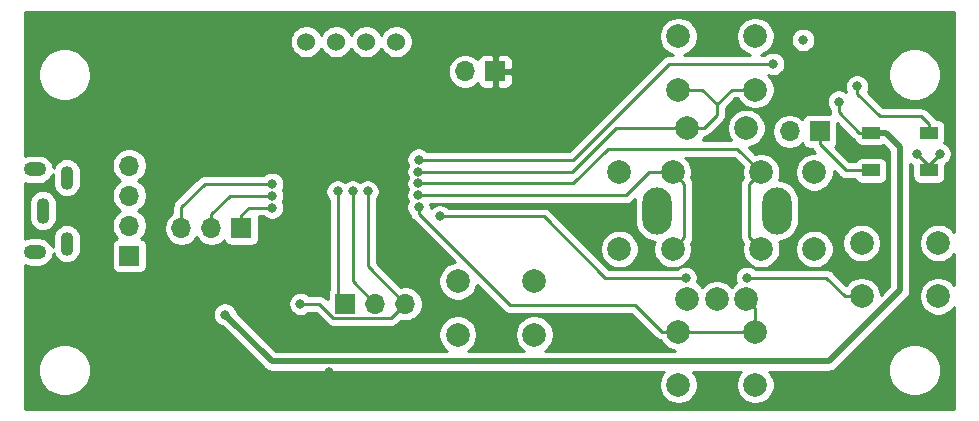
<source format=gbr>
G04 #@! TF.GenerationSoftware,KiCad,Pcbnew,(5.1.5)-3*
G04 #@! TF.CreationDate,2020-06-28T21:27:22-04:00*
G04 #@! TF.ProjectId,V0_Display,56305f44-6973-4706-9c61-792e6b696361,rev?*
G04 #@! TF.SameCoordinates,Original*
G04 #@! TF.FileFunction,Copper,L1,Top*
G04 #@! TF.FilePolarity,Positive*
%FSLAX46Y46*%
G04 Gerber Fmt 4.6, Leading zero omitted, Abs format (unit mm)*
G04 Created by KiCad (PCBNEW (5.1.5)-3) date 2020-06-28 21:27:22*
%MOMM*%
%LPD*%
G04 APERTURE LIST*
%ADD10R,1.500000X1.000000*%
%ADD11O,2.500000X4.000000*%
%ADD12C,2.000000*%
%ADD13C,1.524000*%
%ADD14O,1.700000X1.700000*%
%ADD15R,1.700000X1.700000*%
%ADD16O,1.100000X2.200000*%
%ADD17O,1.100000X2.000000*%
%ADD18O,1.900000X1.200000*%
%ADD19C,0.800000*%
%ADD20C,0.250000*%
%ADD21C,0.500000*%
%ADD22C,0.254000*%
G04 APERTURE END LIST*
D10*
X157470000Y-60550000D03*
X157470000Y-63750000D03*
X162370000Y-60550000D03*
X162370000Y-63750000D03*
D11*
X149500000Y-67150000D03*
X139340000Y-67150000D03*
D12*
X146920000Y-60150000D03*
X141920000Y-60150000D03*
X146920000Y-74650000D03*
X144420000Y-74650000D03*
X141920000Y-74650000D03*
D13*
X117280000Y-52850000D03*
X114740000Y-52850000D03*
X112200000Y-52850000D03*
X109660000Y-52850000D03*
D12*
X163170000Y-69900000D03*
X163170000Y-74400000D03*
X156670000Y-69900000D03*
X156670000Y-74400000D03*
X122475000Y-73145000D03*
X122475000Y-77645000D03*
X128975000Y-73145000D03*
X128975000Y-77645000D03*
X148170000Y-63900000D03*
X152670000Y-63900000D03*
X148170000Y-70400000D03*
X152670000Y-70400000D03*
X140670000Y-70400000D03*
X136170000Y-70400000D03*
X140670000Y-63900000D03*
X136170000Y-63900000D03*
X147670000Y-77400000D03*
X147670000Y-81900000D03*
X141170000Y-77400000D03*
X141170000Y-81900000D03*
X141170000Y-56900000D03*
X141170000Y-52400000D03*
X147670000Y-56900000D03*
X147670000Y-52400000D03*
D14*
X150575000Y-60445000D03*
D15*
X153115000Y-60445000D03*
D14*
X94670000Y-63340000D03*
X94670000Y-65880000D03*
X94670000Y-68420000D03*
D15*
X94670000Y-70960000D03*
D14*
X123110000Y-55365000D03*
D15*
X125650000Y-55365000D03*
D14*
X118030000Y-75050000D03*
X115490000Y-75050000D03*
D15*
X112950000Y-75050000D03*
D16*
X87350500Y-67150000D03*
D17*
X89382500Y-69944000D03*
D18*
X86682500Y-63650000D03*
X86682500Y-70650000D03*
D17*
X89382500Y-64356000D03*
D14*
X99090000Y-68650000D03*
X101630000Y-68650000D03*
D15*
X104170000Y-68650000D03*
D19*
X161370000Y-62350000D03*
X163275000Y-62350000D03*
X151718000Y-52698000D03*
X102775000Y-75955000D03*
X154745000Y-57930000D03*
X118670000Y-61400000D03*
X116760000Y-82035000D03*
X105330000Y-62350000D03*
X111570000Y-80850000D03*
X97235000Y-80130000D03*
X99775000Y-82035000D03*
X97870000Y-82035000D03*
X106760000Y-56000000D03*
X119160000Y-63850000D03*
X119170000Y-66850000D03*
X119160000Y-65850000D03*
X119160000Y-64850000D03*
X113585000Y-65525000D03*
X112315000Y-65525000D03*
X156290000Y-56635000D03*
X120970000Y-67650000D03*
X141770000Y-72850000D03*
X146970000Y-72850000D03*
X119177942Y-62842636D03*
X149178000Y-54730000D03*
X114855000Y-65525000D03*
X109170000Y-75050000D03*
X106760000Y-64890000D03*
X106760000Y-65890003D03*
X106760000Y-66890006D03*
D20*
X162370000Y-63750000D02*
X162370000Y-63350000D01*
X162370000Y-63350000D02*
X161370000Y-62350000D01*
X162370000Y-63750000D02*
X162370000Y-63255000D01*
X162370000Y-63255000D02*
X163275000Y-62350000D01*
D21*
X158720000Y-60550000D02*
X157470000Y-60550000D01*
X106720000Y-79900000D02*
X153920000Y-79900000D01*
X153920000Y-79900000D02*
X159920000Y-73900000D01*
X102775000Y-75955000D02*
X106720000Y-79900000D01*
X159920000Y-73900000D02*
X159920000Y-61750000D01*
X159920000Y-61750000D02*
X158720000Y-60550000D01*
D20*
X154766000Y-58846000D02*
X154766000Y-58286000D01*
X157470000Y-60550000D02*
X156470000Y-60550000D01*
X156470000Y-60550000D02*
X154766000Y-58846000D01*
X119160000Y-63850000D02*
X132170000Y-63850000D01*
X135870000Y-60150000D02*
X141920000Y-60150000D01*
X132170000Y-63850000D02*
X135870000Y-60150000D01*
X143334213Y-60150000D02*
X144420000Y-59064213D01*
X141920000Y-60150000D02*
X143334213Y-60150000D01*
X144420000Y-59064213D02*
X144420000Y-58150000D01*
X144420000Y-58150000D02*
X143170000Y-56900000D01*
X143170000Y-56900000D02*
X141170000Y-56900000D01*
X144420000Y-58150000D02*
X145670000Y-56900000D01*
X145670000Y-56900000D02*
X147670000Y-56900000D01*
X142584213Y-77400000D02*
X147670000Y-77400000D01*
X141170000Y-77400000D02*
X142584213Y-77400000D01*
X147670000Y-75400000D02*
X146920000Y-74650000D01*
X147670000Y-77400000D02*
X147670000Y-75400000D01*
X139755787Y-77400000D02*
X141170000Y-77400000D01*
X137505787Y-75150000D02*
X139755787Y-77400000D01*
X126904315Y-75150000D02*
X137505787Y-75150000D01*
X119170000Y-67415685D02*
X126904315Y-75150000D01*
X119170000Y-66850000D02*
X119170000Y-67415685D01*
X140670000Y-63900000D02*
X141170000Y-64400000D01*
X140670000Y-63900000D02*
X141670000Y-64900000D01*
X141669999Y-69400001D02*
X140670000Y-70400000D01*
X141670000Y-64900000D02*
X141669999Y-69400001D01*
X138670000Y-63900000D02*
X140670000Y-63900000D01*
X119160000Y-65850000D02*
X136720000Y-65850000D01*
X136720000Y-65850000D02*
X138670000Y-63900000D01*
X132220000Y-64850000D02*
X135170000Y-61900000D01*
X119160000Y-64850000D02*
X132220000Y-64850000D01*
X146170000Y-61900000D02*
X148170000Y-63900000D01*
X135170000Y-61900000D02*
X146170000Y-61900000D01*
X148170000Y-63900000D02*
X147170000Y-64900000D01*
X147170001Y-69400001D02*
X148170000Y-70400000D01*
X147170000Y-64900000D02*
X147170001Y-69400001D01*
X113585000Y-73145000D02*
X115490000Y-75050000D01*
X113585000Y-65525000D02*
X113585000Y-73145000D01*
X112315000Y-74415000D02*
X112950000Y-75050000D01*
X112315000Y-65525000D02*
X112315000Y-74415000D01*
X162370000Y-59800000D02*
X162370000Y-60550000D01*
X161745000Y-59175000D02*
X162370000Y-59800000D01*
X158195000Y-59175000D02*
X161745000Y-59175000D01*
X156290000Y-57270000D02*
X158195000Y-59175000D01*
X156290000Y-56635000D02*
X156290000Y-57270000D01*
X155255787Y-74400000D02*
X156670000Y-74400000D01*
X153705787Y-72850000D02*
X155255787Y-74400000D01*
X146970000Y-72850000D02*
X153705787Y-72850000D01*
X134970000Y-72850000D02*
X141770000Y-72850000D01*
X120970000Y-67650000D02*
X129770000Y-67650000D01*
X129770000Y-67650000D02*
X134970000Y-72850000D01*
X149178000Y-54730000D02*
X140340000Y-54730000D01*
X132227364Y-62842636D02*
X119177942Y-62842636D01*
X140340000Y-54730000D02*
X132227364Y-62842636D01*
X114855000Y-71875000D02*
X118030000Y-75050000D01*
X114855000Y-65525000D02*
X114855000Y-71875000D01*
X118030000Y-75050000D02*
X116854999Y-76225001D01*
X111945001Y-76225001D02*
X110770000Y-75050000D01*
X116854999Y-76225001D02*
X111945001Y-76225001D01*
X110770000Y-75050000D02*
X109170000Y-75050000D01*
X157370000Y-63650000D02*
X157470000Y-63750000D01*
X156470000Y-63750000D02*
X157470000Y-63750000D01*
X155320000Y-63750000D02*
X156470000Y-63750000D01*
X153115000Y-61545000D02*
X155320000Y-63750000D01*
X153115000Y-60445000D02*
X153115000Y-61545000D01*
X106760000Y-64890000D02*
X101045000Y-64890000D01*
X99090000Y-66845000D02*
X99090000Y-68650000D01*
X101045000Y-64890000D02*
X99090000Y-66845000D01*
X103187916Y-65890003D02*
X106194315Y-65890003D01*
X101630000Y-67447919D02*
X103187916Y-65890003D01*
X106194315Y-65890003D02*
X106760000Y-65890003D01*
X101630000Y-68650000D02*
X101630000Y-67447919D01*
X106194315Y-66890006D02*
X106760000Y-66890006D01*
X104170000Y-67550000D02*
X104829994Y-66890006D01*
X104829994Y-66890006D02*
X106194315Y-66890006D01*
X104170000Y-68650000D02*
X104170000Y-67550000D01*
D22*
G36*
X164510001Y-68962531D02*
G01*
X164439987Y-68857748D01*
X164212252Y-68630013D01*
X163944463Y-68451082D01*
X163646912Y-68327832D01*
X163331033Y-68265000D01*
X163008967Y-68265000D01*
X162693088Y-68327832D01*
X162395537Y-68451082D01*
X162127748Y-68630013D01*
X161900013Y-68857748D01*
X161721082Y-69125537D01*
X161597832Y-69423088D01*
X161535000Y-69738967D01*
X161535000Y-70061033D01*
X161597832Y-70376912D01*
X161721082Y-70674463D01*
X161900013Y-70942252D01*
X162127748Y-71169987D01*
X162395537Y-71348918D01*
X162693088Y-71472168D01*
X163008967Y-71535000D01*
X163331033Y-71535000D01*
X163646912Y-71472168D01*
X163944463Y-71348918D01*
X164212252Y-71169987D01*
X164439987Y-70942252D01*
X164510001Y-70837469D01*
X164510001Y-73462531D01*
X164439987Y-73357748D01*
X164212252Y-73130013D01*
X163944463Y-72951082D01*
X163646912Y-72827832D01*
X163331033Y-72765000D01*
X163008967Y-72765000D01*
X162693088Y-72827832D01*
X162395537Y-72951082D01*
X162127748Y-73130013D01*
X161900013Y-73357748D01*
X161721082Y-73625537D01*
X161597832Y-73923088D01*
X161535000Y-74238967D01*
X161535000Y-74561033D01*
X161597832Y-74876912D01*
X161721082Y-75174463D01*
X161900013Y-75442252D01*
X162127748Y-75669987D01*
X162395537Y-75848918D01*
X162693088Y-75972168D01*
X163008967Y-76035000D01*
X163331033Y-76035000D01*
X163646912Y-75972168D01*
X163944463Y-75848918D01*
X164212252Y-75669987D01*
X164439987Y-75442252D01*
X164510001Y-75337469D01*
X164510001Y-83990000D01*
X85830000Y-83990000D01*
X85830000Y-80429872D01*
X86935000Y-80429872D01*
X86935000Y-80870128D01*
X87020890Y-81301925D01*
X87189369Y-81708669D01*
X87433962Y-82074729D01*
X87745271Y-82386038D01*
X88111331Y-82630631D01*
X88518075Y-82799110D01*
X88949872Y-82885000D01*
X89390128Y-82885000D01*
X89821925Y-82799110D01*
X90228669Y-82630631D01*
X90594729Y-82386038D01*
X90906038Y-82074729D01*
X91150631Y-81708669D01*
X91319110Y-81301925D01*
X91405000Y-80870128D01*
X91405000Y-80429872D01*
X91319110Y-79998075D01*
X91150631Y-79591331D01*
X90906038Y-79225271D01*
X90594729Y-78913962D01*
X90228669Y-78669369D01*
X89821925Y-78500890D01*
X89390128Y-78415000D01*
X88949872Y-78415000D01*
X88518075Y-78500890D01*
X88111331Y-78669369D01*
X87745271Y-78913962D01*
X87433962Y-79225271D01*
X87189369Y-79591331D01*
X87020890Y-79998075D01*
X86935000Y-80429872D01*
X85830000Y-80429872D01*
X85830000Y-75853061D01*
X101740000Y-75853061D01*
X101740000Y-76056939D01*
X101779774Y-76256898D01*
X101857795Y-76445256D01*
X101971063Y-76614774D01*
X102115226Y-76758937D01*
X102284744Y-76872205D01*
X102473102Y-76950226D01*
X102529957Y-76961535D01*
X106063470Y-80495049D01*
X106091183Y-80528817D01*
X106124951Y-80556530D01*
X106124953Y-80556532D01*
X106225941Y-80639411D01*
X106379686Y-80721589D01*
X106546510Y-80772195D01*
X106676523Y-80785000D01*
X106676531Y-80785000D01*
X106720000Y-80789281D01*
X106763469Y-80785000D01*
X139972761Y-80785000D01*
X139900013Y-80857748D01*
X139721082Y-81125537D01*
X139597832Y-81423088D01*
X139535000Y-81738967D01*
X139535000Y-82061033D01*
X139597832Y-82376912D01*
X139721082Y-82674463D01*
X139900013Y-82942252D01*
X140127748Y-83169987D01*
X140395537Y-83348918D01*
X140693088Y-83472168D01*
X141008967Y-83535000D01*
X141331033Y-83535000D01*
X141646912Y-83472168D01*
X141944463Y-83348918D01*
X142212252Y-83169987D01*
X142439987Y-82942252D01*
X142618918Y-82674463D01*
X142742168Y-82376912D01*
X142805000Y-82061033D01*
X142805000Y-81738967D01*
X142742168Y-81423088D01*
X142618918Y-81125537D01*
X142439987Y-80857748D01*
X142367239Y-80785000D01*
X146472761Y-80785000D01*
X146400013Y-80857748D01*
X146221082Y-81125537D01*
X146097832Y-81423088D01*
X146035000Y-81738967D01*
X146035000Y-82061033D01*
X146097832Y-82376912D01*
X146221082Y-82674463D01*
X146400013Y-82942252D01*
X146627748Y-83169987D01*
X146895537Y-83348918D01*
X147193088Y-83472168D01*
X147508967Y-83535000D01*
X147831033Y-83535000D01*
X148146912Y-83472168D01*
X148444463Y-83348918D01*
X148712252Y-83169987D01*
X148939987Y-82942252D01*
X149118918Y-82674463D01*
X149242168Y-82376912D01*
X149305000Y-82061033D01*
X149305000Y-81738967D01*
X149242168Y-81423088D01*
X149118918Y-81125537D01*
X148939987Y-80857748D01*
X148867239Y-80785000D01*
X153876531Y-80785000D01*
X153920000Y-80789281D01*
X153963469Y-80785000D01*
X153963477Y-80785000D01*
X154093490Y-80772195D01*
X154260313Y-80721589D01*
X154414059Y-80639411D01*
X154548817Y-80528817D01*
X154576534Y-80495044D01*
X154641706Y-80429872D01*
X158935000Y-80429872D01*
X158935000Y-80870128D01*
X159020890Y-81301925D01*
X159189369Y-81708669D01*
X159433962Y-82074729D01*
X159745271Y-82386038D01*
X160111331Y-82630631D01*
X160518075Y-82799110D01*
X160949872Y-82885000D01*
X161390128Y-82885000D01*
X161821925Y-82799110D01*
X162228669Y-82630631D01*
X162594729Y-82386038D01*
X162906038Y-82074729D01*
X163150631Y-81708669D01*
X163319110Y-81301925D01*
X163405000Y-80870128D01*
X163405000Y-80429872D01*
X163319110Y-79998075D01*
X163150631Y-79591331D01*
X162906038Y-79225271D01*
X162594729Y-78913962D01*
X162228669Y-78669369D01*
X161821925Y-78500890D01*
X161390128Y-78415000D01*
X160949872Y-78415000D01*
X160518075Y-78500890D01*
X160111331Y-78669369D01*
X159745271Y-78913962D01*
X159433962Y-79225271D01*
X159189369Y-79591331D01*
X159020890Y-79998075D01*
X158935000Y-80429872D01*
X154641706Y-80429872D01*
X160515051Y-74556528D01*
X160548817Y-74528817D01*
X160581522Y-74488967D01*
X160659410Y-74394060D01*
X160659411Y-74394059D01*
X160741589Y-74240313D01*
X160792195Y-74073490D01*
X160805000Y-73943477D01*
X160805000Y-73943467D01*
X160809281Y-73900001D01*
X160805000Y-73856535D01*
X160805000Y-63217263D01*
X160879744Y-63267205D01*
X160981928Y-63309531D01*
X160981928Y-64250000D01*
X160994188Y-64374482D01*
X161030498Y-64494180D01*
X161089463Y-64604494D01*
X161168815Y-64701185D01*
X161265506Y-64780537D01*
X161375820Y-64839502D01*
X161495518Y-64875812D01*
X161620000Y-64888072D01*
X163120000Y-64888072D01*
X163244482Y-64875812D01*
X163364180Y-64839502D01*
X163474494Y-64780537D01*
X163571185Y-64701185D01*
X163650537Y-64604494D01*
X163709502Y-64494180D01*
X163745812Y-64374482D01*
X163758072Y-64250000D01*
X163758072Y-63270181D01*
X163765256Y-63267205D01*
X163934774Y-63153937D01*
X164078937Y-63009774D01*
X164192205Y-62840256D01*
X164270226Y-62651898D01*
X164310000Y-62451939D01*
X164310000Y-62248061D01*
X164270226Y-62048102D01*
X164192205Y-61859744D01*
X164078937Y-61690226D01*
X163934774Y-61546063D01*
X163765256Y-61432795D01*
X163658947Y-61388760D01*
X163709502Y-61294180D01*
X163745812Y-61174482D01*
X163758072Y-61050000D01*
X163758072Y-60050000D01*
X163745812Y-59925518D01*
X163709502Y-59805820D01*
X163650537Y-59695506D01*
X163571185Y-59598815D01*
X163474494Y-59519463D01*
X163364180Y-59460498D01*
X163244482Y-59424188D01*
X163120000Y-59411928D01*
X163024326Y-59411928D01*
X163004974Y-59375724D01*
X162935874Y-59291525D01*
X162933799Y-59288996D01*
X162933795Y-59288992D01*
X162910001Y-59259999D01*
X162881009Y-59236206D01*
X162308803Y-58664002D01*
X162285001Y-58634999D01*
X162169276Y-58540026D01*
X162037247Y-58469454D01*
X161893986Y-58425997D01*
X161782333Y-58415000D01*
X161782322Y-58415000D01*
X161745000Y-58411324D01*
X161707678Y-58415000D01*
X158509802Y-58415000D01*
X157210969Y-57116168D01*
X157285226Y-56936898D01*
X157325000Y-56736939D01*
X157325000Y-56533061D01*
X157285226Y-56333102D01*
X157207205Y-56144744D01*
X157093937Y-55975226D01*
X156949774Y-55831063D01*
X156780256Y-55717795D01*
X156591898Y-55639774D01*
X156391939Y-55600000D01*
X156188061Y-55600000D01*
X155988102Y-55639774D01*
X155799744Y-55717795D01*
X155630226Y-55831063D01*
X155486063Y-55975226D01*
X155372795Y-56144744D01*
X155294774Y-56333102D01*
X155255000Y-56533061D01*
X155255000Y-56736939D01*
X155294774Y-56936898D01*
X155361019Y-57096827D01*
X155235256Y-57012795D01*
X155046898Y-56934774D01*
X154846939Y-56895000D01*
X154643061Y-56895000D01*
X154443102Y-56934774D01*
X154254744Y-57012795D01*
X154085226Y-57126063D01*
X153941063Y-57270226D01*
X153827795Y-57439744D01*
X153749774Y-57628102D01*
X153710000Y-57828061D01*
X153710000Y-58031939D01*
X153749774Y-58231898D01*
X153827795Y-58420256D01*
X153941063Y-58589774D01*
X154006000Y-58654711D01*
X154006000Y-58808678D01*
X154002324Y-58846000D01*
X154006000Y-58883322D01*
X154006000Y-58883332D01*
X154013721Y-58961726D01*
X153965000Y-58956928D01*
X152265000Y-58956928D01*
X152140518Y-58969188D01*
X152020820Y-59005498D01*
X151910506Y-59064463D01*
X151813815Y-59143815D01*
X151734463Y-59240506D01*
X151675498Y-59350820D01*
X151653487Y-59423380D01*
X151521632Y-59291525D01*
X151278411Y-59129010D01*
X151008158Y-59017068D01*
X150721260Y-58960000D01*
X150428740Y-58960000D01*
X150141842Y-59017068D01*
X149871589Y-59129010D01*
X149628368Y-59291525D01*
X149421525Y-59498368D01*
X149259010Y-59741589D01*
X149147068Y-60011842D01*
X149090000Y-60298740D01*
X149090000Y-60591260D01*
X149147068Y-60878158D01*
X149259010Y-61148411D01*
X149421525Y-61391632D01*
X149628368Y-61598475D01*
X149871589Y-61760990D01*
X150141842Y-61872932D01*
X150428740Y-61930000D01*
X150721260Y-61930000D01*
X151008158Y-61872932D01*
X151278411Y-61760990D01*
X151521632Y-61598475D01*
X151653487Y-61466620D01*
X151675498Y-61539180D01*
X151734463Y-61649494D01*
X151813815Y-61746185D01*
X151910506Y-61825537D01*
X152020820Y-61884502D01*
X152140518Y-61920812D01*
X152265000Y-61933072D01*
X152460674Y-61933072D01*
X152480026Y-61969276D01*
X152524946Y-62024010D01*
X152575000Y-62085001D01*
X152603998Y-62108799D01*
X152760199Y-62265000D01*
X152508967Y-62265000D01*
X152193088Y-62327832D01*
X151895537Y-62451082D01*
X151627748Y-62630013D01*
X151400013Y-62857748D01*
X151221082Y-63125537D01*
X151097832Y-63423088D01*
X151035000Y-63738967D01*
X151035000Y-64061033D01*
X151097832Y-64376912D01*
X151221082Y-64674463D01*
X151400013Y-64942252D01*
X151627748Y-65169987D01*
X151895537Y-65348918D01*
X152193088Y-65472168D01*
X152508967Y-65535000D01*
X152831033Y-65535000D01*
X153146912Y-65472168D01*
X153444463Y-65348918D01*
X153712252Y-65169987D01*
X153939987Y-64942252D01*
X154118918Y-64674463D01*
X154242168Y-64376912D01*
X154305000Y-64061033D01*
X154305000Y-63809802D01*
X154756201Y-64261003D01*
X154779999Y-64290001D01*
X154808997Y-64313799D01*
X154895723Y-64384974D01*
X154998671Y-64440001D01*
X155027753Y-64455546D01*
X155171014Y-64499003D01*
X155282667Y-64510000D01*
X155282677Y-64510000D01*
X155320000Y-64513676D01*
X155357323Y-64510000D01*
X156138954Y-64510000D01*
X156189463Y-64604494D01*
X156268815Y-64701185D01*
X156365506Y-64780537D01*
X156475820Y-64839502D01*
X156595518Y-64875812D01*
X156720000Y-64888072D01*
X158220000Y-64888072D01*
X158344482Y-64875812D01*
X158464180Y-64839502D01*
X158574494Y-64780537D01*
X158671185Y-64701185D01*
X158750537Y-64604494D01*
X158809502Y-64494180D01*
X158845812Y-64374482D01*
X158858072Y-64250000D01*
X158858072Y-63250000D01*
X158845812Y-63125518D01*
X158809502Y-63005820D01*
X158750537Y-62895506D01*
X158671185Y-62798815D01*
X158574494Y-62719463D01*
X158464180Y-62660498D01*
X158344482Y-62624188D01*
X158220000Y-62611928D01*
X156720000Y-62611928D01*
X156595518Y-62624188D01*
X156475820Y-62660498D01*
X156365506Y-62719463D01*
X156268815Y-62798815D01*
X156189463Y-62895506D01*
X156138954Y-62990000D01*
X155634802Y-62990000D01*
X154402345Y-61757543D01*
X154416185Y-61746185D01*
X154495537Y-61649494D01*
X154554502Y-61539180D01*
X154590812Y-61419482D01*
X154603072Y-61295000D01*
X154603072Y-59757873D01*
X155906201Y-61061003D01*
X155929999Y-61090001D01*
X155958997Y-61113799D01*
X156045723Y-61184974D01*
X156107366Y-61217923D01*
X156130498Y-61294180D01*
X156189463Y-61404494D01*
X156268815Y-61501185D01*
X156365506Y-61580537D01*
X156475820Y-61639502D01*
X156595518Y-61675812D01*
X156720000Y-61688072D01*
X158220000Y-61688072D01*
X158344482Y-61675812D01*
X158464180Y-61639502D01*
X158525270Y-61606848D01*
X159035001Y-62116580D01*
X159035000Y-73533421D01*
X158305000Y-74263421D01*
X158305000Y-74238967D01*
X158242168Y-73923088D01*
X158118918Y-73625537D01*
X157939987Y-73357748D01*
X157712252Y-73130013D01*
X157444463Y-72951082D01*
X157146912Y-72827832D01*
X156831033Y-72765000D01*
X156508967Y-72765000D01*
X156193088Y-72827832D01*
X155895537Y-72951082D01*
X155627748Y-73130013D01*
X155400013Y-73357748D01*
X155355282Y-73424693D01*
X154269591Y-72339003D01*
X154245788Y-72309999D01*
X154130063Y-72215026D01*
X153998034Y-72144454D01*
X153854773Y-72100997D01*
X153743120Y-72090000D01*
X153743109Y-72090000D01*
X153705787Y-72086324D01*
X153668465Y-72090000D01*
X147673711Y-72090000D01*
X147629774Y-72046063D01*
X147460256Y-71932795D01*
X147271898Y-71854774D01*
X147071939Y-71815000D01*
X146868061Y-71815000D01*
X146668102Y-71854774D01*
X146479744Y-71932795D01*
X146310226Y-72046063D01*
X146166063Y-72190226D01*
X146052795Y-72359744D01*
X145974774Y-72548102D01*
X145935000Y-72748061D01*
X145935000Y-72951939D01*
X145974774Y-73151898D01*
X146027748Y-73279786D01*
X145877748Y-73380013D01*
X145670000Y-73587761D01*
X145462252Y-73380013D01*
X145194463Y-73201082D01*
X144896912Y-73077832D01*
X144581033Y-73015000D01*
X144258967Y-73015000D01*
X143943088Y-73077832D01*
X143645537Y-73201082D01*
X143377748Y-73380013D01*
X143170000Y-73587761D01*
X142962252Y-73380013D01*
X142733930Y-73227453D01*
X142765226Y-73151898D01*
X142805000Y-72951939D01*
X142805000Y-72748061D01*
X142765226Y-72548102D01*
X142687205Y-72359744D01*
X142573937Y-72190226D01*
X142429774Y-72046063D01*
X142260256Y-71932795D01*
X142071898Y-71854774D01*
X141871939Y-71815000D01*
X141668061Y-71815000D01*
X141468102Y-71854774D01*
X141279744Y-71932795D01*
X141110226Y-72046063D01*
X141066289Y-72090000D01*
X135284802Y-72090000D01*
X133433769Y-70238967D01*
X134535000Y-70238967D01*
X134535000Y-70561033D01*
X134597832Y-70876912D01*
X134721082Y-71174463D01*
X134900013Y-71442252D01*
X135127748Y-71669987D01*
X135395537Y-71848918D01*
X135693088Y-71972168D01*
X136008967Y-72035000D01*
X136331033Y-72035000D01*
X136646912Y-71972168D01*
X136944463Y-71848918D01*
X137212252Y-71669987D01*
X137439987Y-71442252D01*
X137618918Y-71174463D01*
X137742168Y-70876912D01*
X137805000Y-70561033D01*
X137805000Y-70238967D01*
X137742168Y-69923088D01*
X137618918Y-69625537D01*
X137439987Y-69357748D01*
X137212252Y-69130013D01*
X136944463Y-68951082D01*
X136646912Y-68827832D01*
X136331033Y-68765000D01*
X136008967Y-68765000D01*
X135693088Y-68827832D01*
X135395537Y-68951082D01*
X135127748Y-69130013D01*
X134900013Y-69357748D01*
X134721082Y-69625537D01*
X134597832Y-69923088D01*
X134535000Y-70238967D01*
X133433769Y-70238967D01*
X130333804Y-67139003D01*
X130310001Y-67109999D01*
X130194276Y-67015026D01*
X130062247Y-66944454D01*
X129918986Y-66900997D01*
X129807333Y-66890000D01*
X129807322Y-66890000D01*
X129770000Y-66886324D01*
X129732678Y-66890000D01*
X121673711Y-66890000D01*
X121629774Y-66846063D01*
X121460256Y-66732795D01*
X121271898Y-66654774D01*
X121071939Y-66615000D01*
X120868061Y-66615000D01*
X120668102Y-66654774D01*
X120479744Y-66732795D01*
X120310226Y-66846063D01*
X120205000Y-66951289D01*
X120205000Y-66748061D01*
X120177538Y-66610000D01*
X136682678Y-66610000D01*
X136720000Y-66613676D01*
X136757322Y-66610000D01*
X136757333Y-66610000D01*
X136868986Y-66599003D01*
X137012247Y-66555546D01*
X137144276Y-66484974D01*
X137260001Y-66390001D01*
X137283804Y-66360998D01*
X137467848Y-66176953D01*
X137455000Y-66307404D01*
X137455000Y-67992597D01*
X137482275Y-68269524D01*
X137590062Y-68624848D01*
X137765098Y-68952317D01*
X138000656Y-69239345D01*
X138287684Y-69474903D01*
X138615153Y-69649939D01*
X138970477Y-69757725D01*
X139158651Y-69776259D01*
X139097832Y-69923088D01*
X139035000Y-70238967D01*
X139035000Y-70561033D01*
X139097832Y-70876912D01*
X139221082Y-71174463D01*
X139400013Y-71442252D01*
X139627748Y-71669987D01*
X139895537Y-71848918D01*
X140193088Y-71972168D01*
X140508967Y-72035000D01*
X140831033Y-72035000D01*
X141146912Y-71972168D01*
X141444463Y-71848918D01*
X141712252Y-71669987D01*
X141939987Y-71442252D01*
X142118918Y-71174463D01*
X142242168Y-70876912D01*
X142305000Y-70561033D01*
X142305000Y-70238967D01*
X142242168Y-69923088D01*
X142236034Y-69908279D01*
X142304973Y-69824278D01*
X142375545Y-69692248D01*
X142419001Y-69548988D01*
X142433675Y-69400002D01*
X142429998Y-69362670D01*
X142430000Y-64937333D01*
X142433677Y-64900000D01*
X142419003Y-64751014D01*
X142375546Y-64607753D01*
X142304974Y-64475724D01*
X142236034Y-64391720D01*
X142242168Y-64376912D01*
X142305000Y-64061033D01*
X142305000Y-63738967D01*
X142242168Y-63423088D01*
X142118918Y-63125537D01*
X141939987Y-62857748D01*
X141742239Y-62660000D01*
X145855199Y-62660000D01*
X146603823Y-63408624D01*
X146597832Y-63423088D01*
X146535000Y-63738967D01*
X146535000Y-64061033D01*
X146597832Y-64376912D01*
X146603966Y-64391721D01*
X146535026Y-64475724D01*
X146492360Y-64555546D01*
X146464454Y-64607754D01*
X146420997Y-64751015D01*
X146410000Y-64862668D01*
X146410000Y-64862678D01*
X146406324Y-64900000D01*
X146410000Y-64937323D01*
X146410002Y-69362669D01*
X146406325Y-69400001D01*
X146410002Y-69437333D01*
X146410002Y-69437334D01*
X146420999Y-69548987D01*
X146428427Y-69573475D01*
X146464455Y-69692247D01*
X146535027Y-69824277D01*
X146603966Y-69908279D01*
X146597832Y-69923088D01*
X146535000Y-70238967D01*
X146535000Y-70561033D01*
X146597832Y-70876912D01*
X146721082Y-71174463D01*
X146900013Y-71442252D01*
X147127748Y-71669987D01*
X147395537Y-71848918D01*
X147693088Y-71972168D01*
X148008967Y-72035000D01*
X148331033Y-72035000D01*
X148646912Y-71972168D01*
X148944463Y-71848918D01*
X149212252Y-71669987D01*
X149439987Y-71442252D01*
X149618918Y-71174463D01*
X149742168Y-70876912D01*
X149805000Y-70561033D01*
X149805000Y-70238967D01*
X151035000Y-70238967D01*
X151035000Y-70561033D01*
X151097832Y-70876912D01*
X151221082Y-71174463D01*
X151400013Y-71442252D01*
X151627748Y-71669987D01*
X151895537Y-71848918D01*
X152193088Y-71972168D01*
X152508967Y-72035000D01*
X152831033Y-72035000D01*
X153146912Y-71972168D01*
X153444463Y-71848918D01*
X153712252Y-71669987D01*
X153939987Y-71442252D01*
X154118918Y-71174463D01*
X154242168Y-70876912D01*
X154305000Y-70561033D01*
X154305000Y-70238967D01*
X154242168Y-69923088D01*
X154165903Y-69738967D01*
X155035000Y-69738967D01*
X155035000Y-70061033D01*
X155097832Y-70376912D01*
X155221082Y-70674463D01*
X155400013Y-70942252D01*
X155627748Y-71169987D01*
X155895537Y-71348918D01*
X156193088Y-71472168D01*
X156508967Y-71535000D01*
X156831033Y-71535000D01*
X157146912Y-71472168D01*
X157444463Y-71348918D01*
X157712252Y-71169987D01*
X157939987Y-70942252D01*
X158118918Y-70674463D01*
X158242168Y-70376912D01*
X158305000Y-70061033D01*
X158305000Y-69738967D01*
X158242168Y-69423088D01*
X158118918Y-69125537D01*
X157939987Y-68857748D01*
X157712252Y-68630013D01*
X157444463Y-68451082D01*
X157146912Y-68327832D01*
X156831033Y-68265000D01*
X156508967Y-68265000D01*
X156193088Y-68327832D01*
X155895537Y-68451082D01*
X155627748Y-68630013D01*
X155400013Y-68857748D01*
X155221082Y-69125537D01*
X155097832Y-69423088D01*
X155035000Y-69738967D01*
X154165903Y-69738967D01*
X154118918Y-69625537D01*
X153939987Y-69357748D01*
X153712252Y-69130013D01*
X153444463Y-68951082D01*
X153146912Y-68827832D01*
X152831033Y-68765000D01*
X152508967Y-68765000D01*
X152193088Y-68827832D01*
X151895537Y-68951082D01*
X151627748Y-69130013D01*
X151400013Y-69357748D01*
X151221082Y-69625537D01*
X151097832Y-69923088D01*
X151035000Y-70238967D01*
X149805000Y-70238967D01*
X149742168Y-69923088D01*
X149681349Y-69776259D01*
X149869523Y-69757725D01*
X150224847Y-69649939D01*
X150552317Y-69474903D01*
X150839345Y-69239345D01*
X151074903Y-68952317D01*
X151249939Y-68624848D01*
X151357725Y-68269524D01*
X151385000Y-67992597D01*
X151385000Y-66307403D01*
X151357725Y-66030476D01*
X151249939Y-65675152D01*
X151074903Y-65347683D01*
X150839345Y-65060655D01*
X150552317Y-64825097D01*
X150224848Y-64650061D01*
X149869524Y-64542275D01*
X149681349Y-64523741D01*
X149742168Y-64376912D01*
X149805000Y-64061033D01*
X149805000Y-63738967D01*
X149742168Y-63423088D01*
X149618918Y-63125537D01*
X149439987Y-62857748D01*
X149212252Y-62630013D01*
X148944463Y-62451082D01*
X148646912Y-62327832D01*
X148331033Y-62265000D01*
X148008967Y-62265000D01*
X147693088Y-62327832D01*
X147678624Y-62333823D01*
X147121710Y-61776909D01*
X147396912Y-61722168D01*
X147694463Y-61598918D01*
X147962252Y-61419987D01*
X148189987Y-61192252D01*
X148368918Y-60924463D01*
X148492168Y-60626912D01*
X148555000Y-60311033D01*
X148555000Y-59988967D01*
X148492168Y-59673088D01*
X148368918Y-59375537D01*
X148189987Y-59107748D01*
X147962252Y-58880013D01*
X147694463Y-58701082D01*
X147396912Y-58577832D01*
X147081033Y-58515000D01*
X146758967Y-58515000D01*
X146443088Y-58577832D01*
X146145537Y-58701082D01*
X145877748Y-58880013D01*
X145650013Y-59107748D01*
X145471082Y-59375537D01*
X145347832Y-59673088D01*
X145285000Y-59988967D01*
X145285000Y-60311033D01*
X145347832Y-60626912D01*
X145471082Y-60924463D01*
X145615099Y-61140000D01*
X143224901Y-61140000D01*
X143368918Y-60924463D01*
X143375052Y-60909655D01*
X143483199Y-60899003D01*
X143626460Y-60855546D01*
X143758489Y-60784974D01*
X143874214Y-60690001D01*
X143898017Y-60660998D01*
X144931004Y-59628011D01*
X144960001Y-59604214D01*
X145054974Y-59488489D01*
X145125546Y-59356460D01*
X145169003Y-59213199D01*
X145180000Y-59101546D01*
X145180000Y-59101538D01*
X145183676Y-59064213D01*
X145180000Y-59026888D01*
X145180000Y-58464801D01*
X145984802Y-57660000D01*
X146215091Y-57660000D01*
X146221082Y-57674463D01*
X146400013Y-57942252D01*
X146627748Y-58169987D01*
X146895537Y-58348918D01*
X147193088Y-58472168D01*
X147508967Y-58535000D01*
X147831033Y-58535000D01*
X148146912Y-58472168D01*
X148444463Y-58348918D01*
X148712252Y-58169987D01*
X148939987Y-57942252D01*
X149118918Y-57674463D01*
X149242168Y-57376912D01*
X149305000Y-57061033D01*
X149305000Y-56738967D01*
X149242168Y-56423088D01*
X149118918Y-56125537D01*
X148939987Y-55857748D01*
X148758931Y-55676692D01*
X148876102Y-55725226D01*
X149076061Y-55765000D01*
X149279939Y-55765000D01*
X149479898Y-55725226D01*
X149668256Y-55647205D01*
X149837774Y-55533937D01*
X149941839Y-55429872D01*
X158935000Y-55429872D01*
X158935000Y-55870128D01*
X159020890Y-56301925D01*
X159189369Y-56708669D01*
X159433962Y-57074729D01*
X159745271Y-57386038D01*
X160111331Y-57630631D01*
X160518075Y-57799110D01*
X160949872Y-57885000D01*
X161390128Y-57885000D01*
X161821925Y-57799110D01*
X162228669Y-57630631D01*
X162594729Y-57386038D01*
X162906038Y-57074729D01*
X163150631Y-56708669D01*
X163319110Y-56301925D01*
X163405000Y-55870128D01*
X163405000Y-55429872D01*
X163319110Y-54998075D01*
X163150631Y-54591331D01*
X162906038Y-54225271D01*
X162594729Y-53913962D01*
X162228669Y-53669369D01*
X161821925Y-53500890D01*
X161390128Y-53415000D01*
X160949872Y-53415000D01*
X160518075Y-53500890D01*
X160111331Y-53669369D01*
X159745271Y-53913962D01*
X159433962Y-54225271D01*
X159189369Y-54591331D01*
X159020890Y-54998075D01*
X158935000Y-55429872D01*
X149941839Y-55429872D01*
X149981937Y-55389774D01*
X150095205Y-55220256D01*
X150173226Y-55031898D01*
X150213000Y-54831939D01*
X150213000Y-54628061D01*
X150173226Y-54428102D01*
X150095205Y-54239744D01*
X149981937Y-54070226D01*
X149837774Y-53926063D01*
X149668256Y-53812795D01*
X149479898Y-53734774D01*
X149279939Y-53695000D01*
X149076061Y-53695000D01*
X148876102Y-53734774D01*
X148687744Y-53812795D01*
X148518226Y-53926063D01*
X148474289Y-53970000D01*
X148152146Y-53970000D01*
X148444463Y-53848918D01*
X148712252Y-53669987D01*
X148939987Y-53442252D01*
X149118918Y-53174463D01*
X149242168Y-52876912D01*
X149298032Y-52596061D01*
X150683000Y-52596061D01*
X150683000Y-52799939D01*
X150722774Y-52999898D01*
X150800795Y-53188256D01*
X150914063Y-53357774D01*
X151058226Y-53501937D01*
X151227744Y-53615205D01*
X151416102Y-53693226D01*
X151616061Y-53733000D01*
X151819939Y-53733000D01*
X152019898Y-53693226D01*
X152208256Y-53615205D01*
X152377774Y-53501937D01*
X152521937Y-53357774D01*
X152635205Y-53188256D01*
X152713226Y-52999898D01*
X152753000Y-52799939D01*
X152753000Y-52596061D01*
X152713226Y-52396102D01*
X152635205Y-52207744D01*
X152521937Y-52038226D01*
X152377774Y-51894063D01*
X152208256Y-51780795D01*
X152019898Y-51702774D01*
X151819939Y-51663000D01*
X151616061Y-51663000D01*
X151416102Y-51702774D01*
X151227744Y-51780795D01*
X151058226Y-51894063D01*
X150914063Y-52038226D01*
X150800795Y-52207744D01*
X150722774Y-52396102D01*
X150683000Y-52596061D01*
X149298032Y-52596061D01*
X149305000Y-52561033D01*
X149305000Y-52238967D01*
X149242168Y-51923088D01*
X149118918Y-51625537D01*
X148939987Y-51357748D01*
X148712252Y-51130013D01*
X148444463Y-50951082D01*
X148146912Y-50827832D01*
X147831033Y-50765000D01*
X147508967Y-50765000D01*
X147193088Y-50827832D01*
X146895537Y-50951082D01*
X146627748Y-51130013D01*
X146400013Y-51357748D01*
X146221082Y-51625537D01*
X146097832Y-51923088D01*
X146035000Y-52238967D01*
X146035000Y-52561033D01*
X146097832Y-52876912D01*
X146221082Y-53174463D01*
X146400013Y-53442252D01*
X146627748Y-53669987D01*
X146895537Y-53848918D01*
X147187854Y-53970000D01*
X141652146Y-53970000D01*
X141944463Y-53848918D01*
X142212252Y-53669987D01*
X142439987Y-53442252D01*
X142618918Y-53174463D01*
X142742168Y-52876912D01*
X142805000Y-52561033D01*
X142805000Y-52238967D01*
X142742168Y-51923088D01*
X142618918Y-51625537D01*
X142439987Y-51357748D01*
X142212252Y-51130013D01*
X141944463Y-50951082D01*
X141646912Y-50827832D01*
X141331033Y-50765000D01*
X141008967Y-50765000D01*
X140693088Y-50827832D01*
X140395537Y-50951082D01*
X140127748Y-51130013D01*
X139900013Y-51357748D01*
X139721082Y-51625537D01*
X139597832Y-51923088D01*
X139535000Y-52238967D01*
X139535000Y-52561033D01*
X139597832Y-52876912D01*
X139721082Y-53174463D01*
X139900013Y-53442252D01*
X140127748Y-53669987D01*
X140395537Y-53848918D01*
X140687854Y-53970000D01*
X140377323Y-53970000D01*
X140340000Y-53966324D01*
X140302677Y-53970000D01*
X140302667Y-53970000D01*
X140191014Y-53980997D01*
X140047753Y-54024454D01*
X139915724Y-54095026D01*
X139799999Y-54189999D01*
X139776201Y-54218997D01*
X131912563Y-62082636D01*
X119881653Y-62082636D01*
X119837716Y-62038699D01*
X119668198Y-61925431D01*
X119479840Y-61847410D01*
X119279881Y-61807636D01*
X119076003Y-61807636D01*
X118876044Y-61847410D01*
X118687686Y-61925431D01*
X118518168Y-62038699D01*
X118374005Y-62182862D01*
X118260737Y-62352380D01*
X118182716Y-62540738D01*
X118142942Y-62740697D01*
X118142942Y-62944575D01*
X118182716Y-63144534D01*
X118260737Y-63332892D01*
X118242795Y-63359744D01*
X118164774Y-63548102D01*
X118125000Y-63748061D01*
X118125000Y-63951939D01*
X118164774Y-64151898D01*
X118242795Y-64340256D01*
X118249306Y-64350000D01*
X118242795Y-64359744D01*
X118164774Y-64548102D01*
X118125000Y-64748061D01*
X118125000Y-64951939D01*
X118164774Y-65151898D01*
X118242795Y-65340256D01*
X118249306Y-65350000D01*
X118242795Y-65359744D01*
X118164774Y-65548102D01*
X118125000Y-65748061D01*
X118125000Y-65951939D01*
X118164774Y-66151898D01*
X118242795Y-66340256D01*
X118254306Y-66357483D01*
X118252795Y-66359744D01*
X118174774Y-66548102D01*
X118135000Y-66748061D01*
X118135000Y-66951939D01*
X118174774Y-67151898D01*
X118252795Y-67340256D01*
X118366063Y-67509774D01*
X118421013Y-67564724D01*
X118464454Y-67707932D01*
X118487977Y-67751939D01*
X118535026Y-67839961D01*
X118606201Y-67926687D01*
X118630000Y-67955686D01*
X118658998Y-67979484D01*
X122210162Y-71530648D01*
X121998088Y-71572832D01*
X121700537Y-71696082D01*
X121432748Y-71875013D01*
X121205013Y-72102748D01*
X121026082Y-72370537D01*
X120902832Y-72668088D01*
X120840000Y-72983967D01*
X120840000Y-73306033D01*
X120902832Y-73621912D01*
X121026082Y-73919463D01*
X121205013Y-74187252D01*
X121432748Y-74414987D01*
X121700537Y-74593918D01*
X121998088Y-74717168D01*
X122313967Y-74780000D01*
X122636033Y-74780000D01*
X122951912Y-74717168D01*
X123249463Y-74593918D01*
X123517252Y-74414987D01*
X123744987Y-74187252D01*
X123923918Y-73919463D01*
X124047168Y-73621912D01*
X124089352Y-73409839D01*
X126340515Y-75661002D01*
X126364314Y-75690001D01*
X126480039Y-75784974D01*
X126612068Y-75855546D01*
X126755329Y-75899003D01*
X126866982Y-75910000D01*
X126866991Y-75910000D01*
X126904314Y-75913676D01*
X126941637Y-75910000D01*
X137190986Y-75910000D01*
X139191988Y-77911003D01*
X139215786Y-77940001D01*
X139244784Y-77963799D01*
X139331511Y-78034974D01*
X139463540Y-78105546D01*
X139606801Y-78149003D01*
X139714948Y-78159655D01*
X139721082Y-78174463D01*
X139900013Y-78442252D01*
X140127748Y-78669987D01*
X140395537Y-78848918D01*
X140693088Y-78972168D01*
X140908420Y-79015000D01*
X129867572Y-79015000D01*
X130017252Y-78914987D01*
X130244987Y-78687252D01*
X130423918Y-78419463D01*
X130547168Y-78121912D01*
X130610000Y-77806033D01*
X130610000Y-77483967D01*
X130547168Y-77168088D01*
X130423918Y-76870537D01*
X130244987Y-76602748D01*
X130017252Y-76375013D01*
X129749463Y-76196082D01*
X129451912Y-76072832D01*
X129136033Y-76010000D01*
X128813967Y-76010000D01*
X128498088Y-76072832D01*
X128200537Y-76196082D01*
X127932748Y-76375013D01*
X127705013Y-76602748D01*
X127526082Y-76870537D01*
X127402832Y-77168088D01*
X127340000Y-77483967D01*
X127340000Y-77806033D01*
X127402832Y-78121912D01*
X127526082Y-78419463D01*
X127705013Y-78687252D01*
X127932748Y-78914987D01*
X128082428Y-79015000D01*
X123367572Y-79015000D01*
X123517252Y-78914987D01*
X123744987Y-78687252D01*
X123923918Y-78419463D01*
X124047168Y-78121912D01*
X124110000Y-77806033D01*
X124110000Y-77483967D01*
X124047168Y-77168088D01*
X123923918Y-76870537D01*
X123744987Y-76602748D01*
X123517252Y-76375013D01*
X123249463Y-76196082D01*
X122951912Y-76072832D01*
X122636033Y-76010000D01*
X122313967Y-76010000D01*
X121998088Y-76072832D01*
X121700537Y-76196082D01*
X121432748Y-76375013D01*
X121205013Y-76602748D01*
X121026082Y-76870537D01*
X120902832Y-77168088D01*
X120840000Y-77483967D01*
X120840000Y-77806033D01*
X120902832Y-78121912D01*
X121026082Y-78419463D01*
X121205013Y-78687252D01*
X121432748Y-78914987D01*
X121582428Y-79015000D01*
X107086579Y-79015000D01*
X103781535Y-75709957D01*
X103770226Y-75653102D01*
X103692205Y-75464744D01*
X103578937Y-75295226D01*
X103434774Y-75151063D01*
X103265256Y-75037795D01*
X103076898Y-74959774D01*
X103018013Y-74948061D01*
X108135000Y-74948061D01*
X108135000Y-75151939D01*
X108174774Y-75351898D01*
X108252795Y-75540256D01*
X108366063Y-75709774D01*
X108510226Y-75853937D01*
X108679744Y-75967205D01*
X108868102Y-76045226D01*
X109068061Y-76085000D01*
X109271939Y-76085000D01*
X109471898Y-76045226D01*
X109660256Y-75967205D01*
X109829774Y-75853937D01*
X109873711Y-75810000D01*
X110455199Y-75810000D01*
X111381202Y-76736004D01*
X111405000Y-76765002D01*
X111520725Y-76859975D01*
X111652754Y-76930547D01*
X111796015Y-76974004D01*
X111907668Y-76985001D01*
X111907677Y-76985001D01*
X111945000Y-76988677D01*
X111982323Y-76985001D01*
X116817677Y-76985001D01*
X116854999Y-76988677D01*
X116892321Y-76985001D01*
X116892332Y-76985001D01*
X117003985Y-76974004D01*
X117147246Y-76930547D01*
X117279275Y-76859975D01*
X117395000Y-76765002D01*
X117418803Y-76735998D01*
X117663592Y-76491209D01*
X117883740Y-76535000D01*
X118176260Y-76535000D01*
X118463158Y-76477932D01*
X118733411Y-76365990D01*
X118976632Y-76203475D01*
X119183475Y-75996632D01*
X119345990Y-75753411D01*
X119457932Y-75483158D01*
X119515000Y-75196260D01*
X119515000Y-74903740D01*
X119457932Y-74616842D01*
X119345990Y-74346589D01*
X119183475Y-74103368D01*
X118976632Y-73896525D01*
X118733411Y-73734010D01*
X118463158Y-73622068D01*
X118176260Y-73565000D01*
X117883740Y-73565000D01*
X117663592Y-73608790D01*
X115615000Y-71560199D01*
X115615000Y-66228711D01*
X115658937Y-66184774D01*
X115772205Y-66015256D01*
X115850226Y-65826898D01*
X115890000Y-65626939D01*
X115890000Y-65423061D01*
X115850226Y-65223102D01*
X115772205Y-65034744D01*
X115658937Y-64865226D01*
X115514774Y-64721063D01*
X115345256Y-64607795D01*
X115156898Y-64529774D01*
X114956939Y-64490000D01*
X114753061Y-64490000D01*
X114553102Y-64529774D01*
X114364744Y-64607795D01*
X114220000Y-64704510D01*
X114075256Y-64607795D01*
X113886898Y-64529774D01*
X113686939Y-64490000D01*
X113483061Y-64490000D01*
X113283102Y-64529774D01*
X113094744Y-64607795D01*
X112950000Y-64704510D01*
X112805256Y-64607795D01*
X112616898Y-64529774D01*
X112416939Y-64490000D01*
X112213061Y-64490000D01*
X112013102Y-64529774D01*
X111824744Y-64607795D01*
X111655226Y-64721063D01*
X111511063Y-64865226D01*
X111397795Y-65034744D01*
X111319774Y-65223102D01*
X111280000Y-65423061D01*
X111280000Y-65626939D01*
X111319774Y-65826898D01*
X111397795Y-66015256D01*
X111511063Y-66184774D01*
X111555000Y-66228711D01*
X111555001Y-73872562D01*
X111510498Y-73955820D01*
X111474188Y-74075518D01*
X111461928Y-74200000D01*
X111461928Y-74667127D01*
X111333804Y-74539003D01*
X111310001Y-74509999D01*
X111194276Y-74415026D01*
X111062247Y-74344454D01*
X110918986Y-74300997D01*
X110807333Y-74290000D01*
X110807322Y-74290000D01*
X110770000Y-74286324D01*
X110732678Y-74290000D01*
X109873711Y-74290000D01*
X109829774Y-74246063D01*
X109660256Y-74132795D01*
X109471898Y-74054774D01*
X109271939Y-74015000D01*
X109068061Y-74015000D01*
X108868102Y-74054774D01*
X108679744Y-74132795D01*
X108510226Y-74246063D01*
X108366063Y-74390226D01*
X108252795Y-74559744D01*
X108174774Y-74748102D01*
X108135000Y-74948061D01*
X103018013Y-74948061D01*
X102876939Y-74920000D01*
X102673061Y-74920000D01*
X102473102Y-74959774D01*
X102284744Y-75037795D01*
X102115226Y-75151063D01*
X101971063Y-75295226D01*
X101857795Y-75464744D01*
X101779774Y-75653102D01*
X101740000Y-75853061D01*
X85830000Y-75853061D01*
X85830000Y-71781759D01*
X85857599Y-71796511D01*
X86090398Y-71867130D01*
X86271835Y-71885000D01*
X87093165Y-71885000D01*
X87274602Y-71867130D01*
X87507401Y-71796511D01*
X87721949Y-71681833D01*
X87910002Y-71527502D01*
X88064333Y-71339449D01*
X88179011Y-71124901D01*
X88249630Y-70892102D01*
X88260818Y-70778507D01*
X88282406Y-70849674D01*
X88392443Y-71055536D01*
X88540526Y-71235975D01*
X88720965Y-71384058D01*
X88926827Y-71494094D01*
X89150201Y-71561853D01*
X89382500Y-71584733D01*
X89614800Y-71561853D01*
X89838174Y-71494094D01*
X90044036Y-71384058D01*
X90224475Y-71235975D01*
X90372558Y-71055536D01*
X90482594Y-70849674D01*
X90550353Y-70626300D01*
X90567500Y-70452206D01*
X90567500Y-70110000D01*
X93181928Y-70110000D01*
X93181928Y-71810000D01*
X93194188Y-71934482D01*
X93230498Y-72054180D01*
X93289463Y-72164494D01*
X93368815Y-72261185D01*
X93465506Y-72340537D01*
X93575820Y-72399502D01*
X93695518Y-72435812D01*
X93820000Y-72448072D01*
X95520000Y-72448072D01*
X95644482Y-72435812D01*
X95764180Y-72399502D01*
X95874494Y-72340537D01*
X95971185Y-72261185D01*
X96050537Y-72164494D01*
X96109502Y-72054180D01*
X96145812Y-71934482D01*
X96158072Y-71810000D01*
X96158072Y-70110000D01*
X96145812Y-69985518D01*
X96109502Y-69865820D01*
X96050537Y-69755506D01*
X95971185Y-69658815D01*
X95874494Y-69579463D01*
X95764180Y-69520498D01*
X95691620Y-69498487D01*
X95823475Y-69366632D01*
X95985990Y-69123411D01*
X96097932Y-68853158D01*
X96155000Y-68566260D01*
X96155000Y-68503740D01*
X97605000Y-68503740D01*
X97605000Y-68796260D01*
X97662068Y-69083158D01*
X97774010Y-69353411D01*
X97936525Y-69596632D01*
X98143368Y-69803475D01*
X98386589Y-69965990D01*
X98656842Y-70077932D01*
X98943740Y-70135000D01*
X99236260Y-70135000D01*
X99523158Y-70077932D01*
X99793411Y-69965990D01*
X100036632Y-69803475D01*
X100243475Y-69596632D01*
X100360000Y-69422240D01*
X100476525Y-69596632D01*
X100683368Y-69803475D01*
X100926589Y-69965990D01*
X101196842Y-70077932D01*
X101483740Y-70135000D01*
X101776260Y-70135000D01*
X102063158Y-70077932D01*
X102333411Y-69965990D01*
X102576632Y-69803475D01*
X102708487Y-69671620D01*
X102730498Y-69744180D01*
X102789463Y-69854494D01*
X102868815Y-69951185D01*
X102965506Y-70030537D01*
X103075820Y-70089502D01*
X103195518Y-70125812D01*
X103320000Y-70138072D01*
X105020000Y-70138072D01*
X105144482Y-70125812D01*
X105264180Y-70089502D01*
X105374494Y-70030537D01*
X105471185Y-69951185D01*
X105550537Y-69854494D01*
X105609502Y-69744180D01*
X105645812Y-69624482D01*
X105658072Y-69500000D01*
X105658072Y-67800000D01*
X105645812Y-67675518D01*
X105638073Y-67650006D01*
X106056289Y-67650006D01*
X106100226Y-67693943D01*
X106269744Y-67807211D01*
X106458102Y-67885232D01*
X106658061Y-67925006D01*
X106861939Y-67925006D01*
X107061898Y-67885232D01*
X107250256Y-67807211D01*
X107419774Y-67693943D01*
X107563937Y-67549780D01*
X107677205Y-67380262D01*
X107755226Y-67191904D01*
X107795000Y-66991945D01*
X107795000Y-66788067D01*
X107755226Y-66588108D01*
X107677205Y-66399750D01*
X107670693Y-66390005D01*
X107677205Y-66380259D01*
X107755226Y-66191901D01*
X107795000Y-65991942D01*
X107795000Y-65788064D01*
X107755226Y-65588105D01*
X107677205Y-65399747D01*
X107670693Y-65390002D01*
X107677205Y-65380256D01*
X107755226Y-65191898D01*
X107795000Y-64991939D01*
X107795000Y-64788061D01*
X107755226Y-64588102D01*
X107677205Y-64399744D01*
X107563937Y-64230226D01*
X107419774Y-64086063D01*
X107250256Y-63972795D01*
X107061898Y-63894774D01*
X106861939Y-63855000D01*
X106658061Y-63855000D01*
X106458102Y-63894774D01*
X106269744Y-63972795D01*
X106100226Y-64086063D01*
X106056289Y-64130000D01*
X101082333Y-64130000D01*
X101045000Y-64126323D01*
X101007667Y-64130000D01*
X100896014Y-64140997D01*
X100752753Y-64184454D01*
X100620724Y-64255026D01*
X100504999Y-64349999D01*
X100481201Y-64378997D01*
X98579003Y-66281196D01*
X98549999Y-66304999D01*
X98498542Y-66367700D01*
X98455026Y-66420724D01*
X98401841Y-66520226D01*
X98384454Y-66552754D01*
X98340997Y-66696015D01*
X98330000Y-66807668D01*
X98330000Y-66807678D01*
X98326324Y-66845000D01*
X98330000Y-66882323D01*
X98330000Y-67371821D01*
X98143368Y-67496525D01*
X97936525Y-67703368D01*
X97774010Y-67946589D01*
X97662068Y-68216842D01*
X97605000Y-68503740D01*
X96155000Y-68503740D01*
X96155000Y-68273740D01*
X96097932Y-67986842D01*
X95985990Y-67716589D01*
X95823475Y-67473368D01*
X95616632Y-67266525D01*
X95442240Y-67150000D01*
X95616632Y-67033475D01*
X95823475Y-66826632D01*
X95985990Y-66583411D01*
X96097932Y-66313158D01*
X96155000Y-66026260D01*
X96155000Y-65733740D01*
X96097932Y-65446842D01*
X95985990Y-65176589D01*
X95823475Y-64933368D01*
X95616632Y-64726525D01*
X95442240Y-64610000D01*
X95616632Y-64493475D01*
X95823475Y-64286632D01*
X95985990Y-64043411D01*
X96097932Y-63773158D01*
X96155000Y-63486260D01*
X96155000Y-63193740D01*
X96097932Y-62906842D01*
X95985990Y-62636589D01*
X95823475Y-62393368D01*
X95616632Y-62186525D01*
X95373411Y-62024010D01*
X95103158Y-61912068D01*
X94816260Y-61855000D01*
X94523740Y-61855000D01*
X94236842Y-61912068D01*
X93966589Y-62024010D01*
X93723368Y-62186525D01*
X93516525Y-62393368D01*
X93354010Y-62636589D01*
X93242068Y-62906842D01*
X93185000Y-63193740D01*
X93185000Y-63486260D01*
X93242068Y-63773158D01*
X93354010Y-64043411D01*
X93516525Y-64286632D01*
X93723368Y-64493475D01*
X93897760Y-64610000D01*
X93723368Y-64726525D01*
X93516525Y-64933368D01*
X93354010Y-65176589D01*
X93242068Y-65446842D01*
X93185000Y-65733740D01*
X93185000Y-66026260D01*
X93242068Y-66313158D01*
X93354010Y-66583411D01*
X93516525Y-66826632D01*
X93723368Y-67033475D01*
X93897760Y-67150000D01*
X93723368Y-67266525D01*
X93516525Y-67473368D01*
X93354010Y-67716589D01*
X93242068Y-67986842D01*
X93185000Y-68273740D01*
X93185000Y-68566260D01*
X93242068Y-68853158D01*
X93354010Y-69123411D01*
X93516525Y-69366632D01*
X93648380Y-69498487D01*
X93575820Y-69520498D01*
X93465506Y-69579463D01*
X93368815Y-69658815D01*
X93289463Y-69755506D01*
X93230498Y-69865820D01*
X93194188Y-69985518D01*
X93181928Y-70110000D01*
X90567500Y-70110000D01*
X90567500Y-69435793D01*
X90550353Y-69261700D01*
X90482594Y-69038326D01*
X90372558Y-68832464D01*
X90224475Y-68652025D01*
X90044035Y-68503942D01*
X89838173Y-68393906D01*
X89614799Y-68326147D01*
X89382500Y-68303267D01*
X89150200Y-68326147D01*
X88926826Y-68393906D01*
X88720964Y-68503942D01*
X88540525Y-68652025D01*
X88392442Y-68832465D01*
X88282406Y-69038327D01*
X88214647Y-69261701D01*
X88197500Y-69435794D01*
X88197500Y-70236049D01*
X88179011Y-70175099D01*
X88064333Y-69960551D01*
X87910002Y-69772498D01*
X87721949Y-69618167D01*
X87507401Y-69503489D01*
X87274602Y-69432870D01*
X87093165Y-69415000D01*
X86271835Y-69415000D01*
X86090398Y-69432870D01*
X85857599Y-69503489D01*
X85830000Y-69518241D01*
X85830000Y-66541794D01*
X86165500Y-66541794D01*
X86165500Y-67758207D01*
X86182647Y-67932300D01*
X86250406Y-68155674D01*
X86360443Y-68361536D01*
X86508526Y-68541975D01*
X86688965Y-68690058D01*
X86894827Y-68800094D01*
X87118201Y-68867853D01*
X87350500Y-68890733D01*
X87582800Y-68867853D01*
X87806174Y-68800094D01*
X88012036Y-68690058D01*
X88192475Y-68541975D01*
X88340558Y-68361536D01*
X88450594Y-68155674D01*
X88518353Y-67932300D01*
X88535500Y-67758207D01*
X88535500Y-66541793D01*
X88518353Y-66367700D01*
X88450594Y-66144326D01*
X88340558Y-65938464D01*
X88192475Y-65758025D01*
X88012035Y-65609942D01*
X87806173Y-65499906D01*
X87582799Y-65432147D01*
X87350500Y-65409267D01*
X87118200Y-65432147D01*
X86894826Y-65499906D01*
X86688964Y-65609942D01*
X86508525Y-65758025D01*
X86360442Y-65938465D01*
X86250406Y-66144327D01*
X86182647Y-66367701D01*
X86165500Y-66541794D01*
X85830000Y-66541794D01*
X85830000Y-64781759D01*
X85857599Y-64796511D01*
X86090398Y-64867130D01*
X86271835Y-64885000D01*
X87093165Y-64885000D01*
X87274602Y-64867130D01*
X87507401Y-64796511D01*
X87721949Y-64681833D01*
X87910002Y-64527502D01*
X88064333Y-64339449D01*
X88179011Y-64124901D01*
X88197500Y-64063951D01*
X88197500Y-64864207D01*
X88214647Y-65038300D01*
X88282406Y-65261674D01*
X88392443Y-65467536D01*
X88540526Y-65647975D01*
X88720965Y-65796058D01*
X88926827Y-65906094D01*
X89150201Y-65973853D01*
X89382500Y-65996733D01*
X89614800Y-65973853D01*
X89838174Y-65906094D01*
X90044036Y-65796058D01*
X90224475Y-65647975D01*
X90372558Y-65467536D01*
X90482594Y-65261674D01*
X90550353Y-65038300D01*
X90567500Y-64864206D01*
X90567500Y-63847793D01*
X90550353Y-63673700D01*
X90482594Y-63450326D01*
X90372558Y-63244464D01*
X90224475Y-63064025D01*
X90044035Y-62915942D01*
X89838173Y-62805906D01*
X89614799Y-62738147D01*
X89382500Y-62715267D01*
X89150200Y-62738147D01*
X88926826Y-62805906D01*
X88720964Y-62915942D01*
X88540525Y-63064025D01*
X88392442Y-63244465D01*
X88282406Y-63450327D01*
X88260818Y-63521493D01*
X88249630Y-63407898D01*
X88179011Y-63175099D01*
X88064333Y-62960551D01*
X87910002Y-62772498D01*
X87721949Y-62618167D01*
X87507401Y-62503489D01*
X87274602Y-62432870D01*
X87093165Y-62415000D01*
X86271835Y-62415000D01*
X86090398Y-62432870D01*
X85857599Y-62503489D01*
X85830000Y-62518241D01*
X85830000Y-55429872D01*
X86935000Y-55429872D01*
X86935000Y-55870128D01*
X87020890Y-56301925D01*
X87189369Y-56708669D01*
X87433962Y-57074729D01*
X87745271Y-57386038D01*
X88111331Y-57630631D01*
X88518075Y-57799110D01*
X88949872Y-57885000D01*
X89390128Y-57885000D01*
X89821925Y-57799110D01*
X90228669Y-57630631D01*
X90594729Y-57386038D01*
X90906038Y-57074729D01*
X91150631Y-56708669D01*
X91319110Y-56301925D01*
X91405000Y-55870128D01*
X91405000Y-55429872D01*
X91363004Y-55218740D01*
X121625000Y-55218740D01*
X121625000Y-55511260D01*
X121682068Y-55798158D01*
X121794010Y-56068411D01*
X121956525Y-56311632D01*
X122163368Y-56518475D01*
X122406589Y-56680990D01*
X122676842Y-56792932D01*
X122963740Y-56850000D01*
X123256260Y-56850000D01*
X123543158Y-56792932D01*
X123813411Y-56680990D01*
X124056632Y-56518475D01*
X124188487Y-56386620D01*
X124210498Y-56459180D01*
X124269463Y-56569494D01*
X124348815Y-56666185D01*
X124445506Y-56745537D01*
X124555820Y-56804502D01*
X124675518Y-56840812D01*
X124800000Y-56853072D01*
X125364250Y-56850000D01*
X125523000Y-56691250D01*
X125523000Y-55492000D01*
X125777000Y-55492000D01*
X125777000Y-56691250D01*
X125935750Y-56850000D01*
X126500000Y-56853072D01*
X126624482Y-56840812D01*
X126744180Y-56804502D01*
X126854494Y-56745537D01*
X126951185Y-56666185D01*
X127030537Y-56569494D01*
X127089502Y-56459180D01*
X127125812Y-56339482D01*
X127138072Y-56215000D01*
X127135000Y-55650750D01*
X126976250Y-55492000D01*
X125777000Y-55492000D01*
X125523000Y-55492000D01*
X125503000Y-55492000D01*
X125503000Y-55238000D01*
X125523000Y-55238000D01*
X125523000Y-54038750D01*
X125777000Y-54038750D01*
X125777000Y-55238000D01*
X126976250Y-55238000D01*
X127135000Y-55079250D01*
X127138072Y-54515000D01*
X127125812Y-54390518D01*
X127089502Y-54270820D01*
X127030537Y-54160506D01*
X126951185Y-54063815D01*
X126854494Y-53984463D01*
X126744180Y-53925498D01*
X126624482Y-53889188D01*
X126500000Y-53876928D01*
X125935750Y-53880000D01*
X125777000Y-54038750D01*
X125523000Y-54038750D01*
X125364250Y-53880000D01*
X124800000Y-53876928D01*
X124675518Y-53889188D01*
X124555820Y-53925498D01*
X124445506Y-53984463D01*
X124348815Y-54063815D01*
X124269463Y-54160506D01*
X124210498Y-54270820D01*
X124188487Y-54343380D01*
X124056632Y-54211525D01*
X123813411Y-54049010D01*
X123543158Y-53937068D01*
X123256260Y-53880000D01*
X122963740Y-53880000D01*
X122676842Y-53937068D01*
X122406589Y-54049010D01*
X122163368Y-54211525D01*
X121956525Y-54418368D01*
X121794010Y-54661589D01*
X121682068Y-54931842D01*
X121625000Y-55218740D01*
X91363004Y-55218740D01*
X91319110Y-54998075D01*
X91150631Y-54591331D01*
X90906038Y-54225271D01*
X90594729Y-53913962D01*
X90228669Y-53669369D01*
X89821925Y-53500890D01*
X89390128Y-53415000D01*
X88949872Y-53415000D01*
X88518075Y-53500890D01*
X88111331Y-53669369D01*
X87745271Y-53913962D01*
X87433962Y-54225271D01*
X87189369Y-54591331D01*
X87020890Y-54998075D01*
X86935000Y-55429872D01*
X85830000Y-55429872D01*
X85830000Y-52712408D01*
X108263000Y-52712408D01*
X108263000Y-52987592D01*
X108316686Y-53257490D01*
X108421995Y-53511727D01*
X108574880Y-53740535D01*
X108769465Y-53935120D01*
X108998273Y-54088005D01*
X109252510Y-54193314D01*
X109522408Y-54247000D01*
X109797592Y-54247000D01*
X110067490Y-54193314D01*
X110321727Y-54088005D01*
X110550535Y-53935120D01*
X110745120Y-53740535D01*
X110898005Y-53511727D01*
X110930000Y-53434485D01*
X110961995Y-53511727D01*
X111114880Y-53740535D01*
X111309465Y-53935120D01*
X111538273Y-54088005D01*
X111792510Y-54193314D01*
X112062408Y-54247000D01*
X112337592Y-54247000D01*
X112607490Y-54193314D01*
X112861727Y-54088005D01*
X113090535Y-53935120D01*
X113285120Y-53740535D01*
X113438005Y-53511727D01*
X113470000Y-53434485D01*
X113501995Y-53511727D01*
X113654880Y-53740535D01*
X113849465Y-53935120D01*
X114078273Y-54088005D01*
X114332510Y-54193314D01*
X114602408Y-54247000D01*
X114877592Y-54247000D01*
X115147490Y-54193314D01*
X115401727Y-54088005D01*
X115630535Y-53935120D01*
X115825120Y-53740535D01*
X115978005Y-53511727D01*
X116010000Y-53434485D01*
X116041995Y-53511727D01*
X116194880Y-53740535D01*
X116389465Y-53935120D01*
X116618273Y-54088005D01*
X116872510Y-54193314D01*
X117142408Y-54247000D01*
X117417592Y-54247000D01*
X117687490Y-54193314D01*
X117941727Y-54088005D01*
X118170535Y-53935120D01*
X118365120Y-53740535D01*
X118518005Y-53511727D01*
X118623314Y-53257490D01*
X118677000Y-52987592D01*
X118677000Y-52712408D01*
X118623314Y-52442510D01*
X118518005Y-52188273D01*
X118365120Y-51959465D01*
X118170535Y-51764880D01*
X117941727Y-51611995D01*
X117687490Y-51506686D01*
X117417592Y-51453000D01*
X117142408Y-51453000D01*
X116872510Y-51506686D01*
X116618273Y-51611995D01*
X116389465Y-51764880D01*
X116194880Y-51959465D01*
X116041995Y-52188273D01*
X116010000Y-52265515D01*
X115978005Y-52188273D01*
X115825120Y-51959465D01*
X115630535Y-51764880D01*
X115401727Y-51611995D01*
X115147490Y-51506686D01*
X114877592Y-51453000D01*
X114602408Y-51453000D01*
X114332510Y-51506686D01*
X114078273Y-51611995D01*
X113849465Y-51764880D01*
X113654880Y-51959465D01*
X113501995Y-52188273D01*
X113470000Y-52265515D01*
X113438005Y-52188273D01*
X113285120Y-51959465D01*
X113090535Y-51764880D01*
X112861727Y-51611995D01*
X112607490Y-51506686D01*
X112337592Y-51453000D01*
X112062408Y-51453000D01*
X111792510Y-51506686D01*
X111538273Y-51611995D01*
X111309465Y-51764880D01*
X111114880Y-51959465D01*
X110961995Y-52188273D01*
X110930000Y-52265515D01*
X110898005Y-52188273D01*
X110745120Y-51959465D01*
X110550535Y-51764880D01*
X110321727Y-51611995D01*
X110067490Y-51506686D01*
X109797592Y-51453000D01*
X109522408Y-51453000D01*
X109252510Y-51506686D01*
X108998273Y-51611995D01*
X108769465Y-51764880D01*
X108574880Y-51959465D01*
X108421995Y-52188273D01*
X108316686Y-52442510D01*
X108263000Y-52712408D01*
X85830000Y-52712408D01*
X85830000Y-50310000D01*
X164510000Y-50310000D01*
X164510001Y-68962531D01*
G37*
X164510001Y-68962531D02*
X164439987Y-68857748D01*
X164212252Y-68630013D01*
X163944463Y-68451082D01*
X163646912Y-68327832D01*
X163331033Y-68265000D01*
X163008967Y-68265000D01*
X162693088Y-68327832D01*
X162395537Y-68451082D01*
X162127748Y-68630013D01*
X161900013Y-68857748D01*
X161721082Y-69125537D01*
X161597832Y-69423088D01*
X161535000Y-69738967D01*
X161535000Y-70061033D01*
X161597832Y-70376912D01*
X161721082Y-70674463D01*
X161900013Y-70942252D01*
X162127748Y-71169987D01*
X162395537Y-71348918D01*
X162693088Y-71472168D01*
X163008967Y-71535000D01*
X163331033Y-71535000D01*
X163646912Y-71472168D01*
X163944463Y-71348918D01*
X164212252Y-71169987D01*
X164439987Y-70942252D01*
X164510001Y-70837469D01*
X164510001Y-73462531D01*
X164439987Y-73357748D01*
X164212252Y-73130013D01*
X163944463Y-72951082D01*
X163646912Y-72827832D01*
X163331033Y-72765000D01*
X163008967Y-72765000D01*
X162693088Y-72827832D01*
X162395537Y-72951082D01*
X162127748Y-73130013D01*
X161900013Y-73357748D01*
X161721082Y-73625537D01*
X161597832Y-73923088D01*
X161535000Y-74238967D01*
X161535000Y-74561033D01*
X161597832Y-74876912D01*
X161721082Y-75174463D01*
X161900013Y-75442252D01*
X162127748Y-75669987D01*
X162395537Y-75848918D01*
X162693088Y-75972168D01*
X163008967Y-76035000D01*
X163331033Y-76035000D01*
X163646912Y-75972168D01*
X163944463Y-75848918D01*
X164212252Y-75669987D01*
X164439987Y-75442252D01*
X164510001Y-75337469D01*
X164510001Y-83990000D01*
X85830000Y-83990000D01*
X85830000Y-80429872D01*
X86935000Y-80429872D01*
X86935000Y-80870128D01*
X87020890Y-81301925D01*
X87189369Y-81708669D01*
X87433962Y-82074729D01*
X87745271Y-82386038D01*
X88111331Y-82630631D01*
X88518075Y-82799110D01*
X88949872Y-82885000D01*
X89390128Y-82885000D01*
X89821925Y-82799110D01*
X90228669Y-82630631D01*
X90594729Y-82386038D01*
X90906038Y-82074729D01*
X91150631Y-81708669D01*
X91319110Y-81301925D01*
X91405000Y-80870128D01*
X91405000Y-80429872D01*
X91319110Y-79998075D01*
X91150631Y-79591331D01*
X90906038Y-79225271D01*
X90594729Y-78913962D01*
X90228669Y-78669369D01*
X89821925Y-78500890D01*
X89390128Y-78415000D01*
X88949872Y-78415000D01*
X88518075Y-78500890D01*
X88111331Y-78669369D01*
X87745271Y-78913962D01*
X87433962Y-79225271D01*
X87189369Y-79591331D01*
X87020890Y-79998075D01*
X86935000Y-80429872D01*
X85830000Y-80429872D01*
X85830000Y-75853061D01*
X101740000Y-75853061D01*
X101740000Y-76056939D01*
X101779774Y-76256898D01*
X101857795Y-76445256D01*
X101971063Y-76614774D01*
X102115226Y-76758937D01*
X102284744Y-76872205D01*
X102473102Y-76950226D01*
X102529957Y-76961535D01*
X106063470Y-80495049D01*
X106091183Y-80528817D01*
X106124951Y-80556530D01*
X106124953Y-80556532D01*
X106225941Y-80639411D01*
X106379686Y-80721589D01*
X106546510Y-80772195D01*
X106676523Y-80785000D01*
X106676531Y-80785000D01*
X106720000Y-80789281D01*
X106763469Y-80785000D01*
X139972761Y-80785000D01*
X139900013Y-80857748D01*
X139721082Y-81125537D01*
X139597832Y-81423088D01*
X139535000Y-81738967D01*
X139535000Y-82061033D01*
X139597832Y-82376912D01*
X139721082Y-82674463D01*
X139900013Y-82942252D01*
X140127748Y-83169987D01*
X140395537Y-83348918D01*
X140693088Y-83472168D01*
X141008967Y-83535000D01*
X141331033Y-83535000D01*
X141646912Y-83472168D01*
X141944463Y-83348918D01*
X142212252Y-83169987D01*
X142439987Y-82942252D01*
X142618918Y-82674463D01*
X142742168Y-82376912D01*
X142805000Y-82061033D01*
X142805000Y-81738967D01*
X142742168Y-81423088D01*
X142618918Y-81125537D01*
X142439987Y-80857748D01*
X142367239Y-80785000D01*
X146472761Y-80785000D01*
X146400013Y-80857748D01*
X146221082Y-81125537D01*
X146097832Y-81423088D01*
X146035000Y-81738967D01*
X146035000Y-82061033D01*
X146097832Y-82376912D01*
X146221082Y-82674463D01*
X146400013Y-82942252D01*
X146627748Y-83169987D01*
X146895537Y-83348918D01*
X147193088Y-83472168D01*
X147508967Y-83535000D01*
X147831033Y-83535000D01*
X148146912Y-83472168D01*
X148444463Y-83348918D01*
X148712252Y-83169987D01*
X148939987Y-82942252D01*
X149118918Y-82674463D01*
X149242168Y-82376912D01*
X149305000Y-82061033D01*
X149305000Y-81738967D01*
X149242168Y-81423088D01*
X149118918Y-81125537D01*
X148939987Y-80857748D01*
X148867239Y-80785000D01*
X153876531Y-80785000D01*
X153920000Y-80789281D01*
X153963469Y-80785000D01*
X153963477Y-80785000D01*
X154093490Y-80772195D01*
X154260313Y-80721589D01*
X154414059Y-80639411D01*
X154548817Y-80528817D01*
X154576534Y-80495044D01*
X154641706Y-80429872D01*
X158935000Y-80429872D01*
X158935000Y-80870128D01*
X159020890Y-81301925D01*
X159189369Y-81708669D01*
X159433962Y-82074729D01*
X159745271Y-82386038D01*
X160111331Y-82630631D01*
X160518075Y-82799110D01*
X160949872Y-82885000D01*
X161390128Y-82885000D01*
X161821925Y-82799110D01*
X162228669Y-82630631D01*
X162594729Y-82386038D01*
X162906038Y-82074729D01*
X163150631Y-81708669D01*
X163319110Y-81301925D01*
X163405000Y-80870128D01*
X163405000Y-80429872D01*
X163319110Y-79998075D01*
X163150631Y-79591331D01*
X162906038Y-79225271D01*
X162594729Y-78913962D01*
X162228669Y-78669369D01*
X161821925Y-78500890D01*
X161390128Y-78415000D01*
X160949872Y-78415000D01*
X160518075Y-78500890D01*
X160111331Y-78669369D01*
X159745271Y-78913962D01*
X159433962Y-79225271D01*
X159189369Y-79591331D01*
X159020890Y-79998075D01*
X158935000Y-80429872D01*
X154641706Y-80429872D01*
X160515051Y-74556528D01*
X160548817Y-74528817D01*
X160581522Y-74488967D01*
X160659410Y-74394060D01*
X160659411Y-74394059D01*
X160741589Y-74240313D01*
X160792195Y-74073490D01*
X160805000Y-73943477D01*
X160805000Y-73943467D01*
X160809281Y-73900001D01*
X160805000Y-73856535D01*
X160805000Y-63217263D01*
X160879744Y-63267205D01*
X160981928Y-63309531D01*
X160981928Y-64250000D01*
X160994188Y-64374482D01*
X161030498Y-64494180D01*
X161089463Y-64604494D01*
X161168815Y-64701185D01*
X161265506Y-64780537D01*
X161375820Y-64839502D01*
X161495518Y-64875812D01*
X161620000Y-64888072D01*
X163120000Y-64888072D01*
X163244482Y-64875812D01*
X163364180Y-64839502D01*
X163474494Y-64780537D01*
X163571185Y-64701185D01*
X163650537Y-64604494D01*
X163709502Y-64494180D01*
X163745812Y-64374482D01*
X163758072Y-64250000D01*
X163758072Y-63270181D01*
X163765256Y-63267205D01*
X163934774Y-63153937D01*
X164078937Y-63009774D01*
X164192205Y-62840256D01*
X164270226Y-62651898D01*
X164310000Y-62451939D01*
X164310000Y-62248061D01*
X164270226Y-62048102D01*
X164192205Y-61859744D01*
X164078937Y-61690226D01*
X163934774Y-61546063D01*
X163765256Y-61432795D01*
X163658947Y-61388760D01*
X163709502Y-61294180D01*
X163745812Y-61174482D01*
X163758072Y-61050000D01*
X163758072Y-60050000D01*
X163745812Y-59925518D01*
X163709502Y-59805820D01*
X163650537Y-59695506D01*
X163571185Y-59598815D01*
X163474494Y-59519463D01*
X163364180Y-59460498D01*
X163244482Y-59424188D01*
X163120000Y-59411928D01*
X163024326Y-59411928D01*
X163004974Y-59375724D01*
X162935874Y-59291525D01*
X162933799Y-59288996D01*
X162933795Y-59288992D01*
X162910001Y-59259999D01*
X162881009Y-59236206D01*
X162308803Y-58664002D01*
X162285001Y-58634999D01*
X162169276Y-58540026D01*
X162037247Y-58469454D01*
X161893986Y-58425997D01*
X161782333Y-58415000D01*
X161782322Y-58415000D01*
X161745000Y-58411324D01*
X161707678Y-58415000D01*
X158509802Y-58415000D01*
X157210969Y-57116168D01*
X157285226Y-56936898D01*
X157325000Y-56736939D01*
X157325000Y-56533061D01*
X157285226Y-56333102D01*
X157207205Y-56144744D01*
X157093937Y-55975226D01*
X156949774Y-55831063D01*
X156780256Y-55717795D01*
X156591898Y-55639774D01*
X156391939Y-55600000D01*
X156188061Y-55600000D01*
X155988102Y-55639774D01*
X155799744Y-55717795D01*
X155630226Y-55831063D01*
X155486063Y-55975226D01*
X155372795Y-56144744D01*
X155294774Y-56333102D01*
X155255000Y-56533061D01*
X155255000Y-56736939D01*
X155294774Y-56936898D01*
X155361019Y-57096827D01*
X155235256Y-57012795D01*
X155046898Y-56934774D01*
X154846939Y-56895000D01*
X154643061Y-56895000D01*
X154443102Y-56934774D01*
X154254744Y-57012795D01*
X154085226Y-57126063D01*
X153941063Y-57270226D01*
X153827795Y-57439744D01*
X153749774Y-57628102D01*
X153710000Y-57828061D01*
X153710000Y-58031939D01*
X153749774Y-58231898D01*
X153827795Y-58420256D01*
X153941063Y-58589774D01*
X154006000Y-58654711D01*
X154006000Y-58808678D01*
X154002324Y-58846000D01*
X154006000Y-58883322D01*
X154006000Y-58883332D01*
X154013721Y-58961726D01*
X153965000Y-58956928D01*
X152265000Y-58956928D01*
X152140518Y-58969188D01*
X152020820Y-59005498D01*
X151910506Y-59064463D01*
X151813815Y-59143815D01*
X151734463Y-59240506D01*
X151675498Y-59350820D01*
X151653487Y-59423380D01*
X151521632Y-59291525D01*
X151278411Y-59129010D01*
X151008158Y-59017068D01*
X150721260Y-58960000D01*
X150428740Y-58960000D01*
X150141842Y-59017068D01*
X149871589Y-59129010D01*
X149628368Y-59291525D01*
X149421525Y-59498368D01*
X149259010Y-59741589D01*
X149147068Y-60011842D01*
X149090000Y-60298740D01*
X149090000Y-60591260D01*
X149147068Y-60878158D01*
X149259010Y-61148411D01*
X149421525Y-61391632D01*
X149628368Y-61598475D01*
X149871589Y-61760990D01*
X150141842Y-61872932D01*
X150428740Y-61930000D01*
X150721260Y-61930000D01*
X151008158Y-61872932D01*
X151278411Y-61760990D01*
X151521632Y-61598475D01*
X151653487Y-61466620D01*
X151675498Y-61539180D01*
X151734463Y-61649494D01*
X151813815Y-61746185D01*
X151910506Y-61825537D01*
X152020820Y-61884502D01*
X152140518Y-61920812D01*
X152265000Y-61933072D01*
X152460674Y-61933072D01*
X152480026Y-61969276D01*
X152524946Y-62024010D01*
X152575000Y-62085001D01*
X152603998Y-62108799D01*
X152760199Y-62265000D01*
X152508967Y-62265000D01*
X152193088Y-62327832D01*
X151895537Y-62451082D01*
X151627748Y-62630013D01*
X151400013Y-62857748D01*
X151221082Y-63125537D01*
X151097832Y-63423088D01*
X151035000Y-63738967D01*
X151035000Y-64061033D01*
X151097832Y-64376912D01*
X151221082Y-64674463D01*
X151400013Y-64942252D01*
X151627748Y-65169987D01*
X151895537Y-65348918D01*
X152193088Y-65472168D01*
X152508967Y-65535000D01*
X152831033Y-65535000D01*
X153146912Y-65472168D01*
X153444463Y-65348918D01*
X153712252Y-65169987D01*
X153939987Y-64942252D01*
X154118918Y-64674463D01*
X154242168Y-64376912D01*
X154305000Y-64061033D01*
X154305000Y-63809802D01*
X154756201Y-64261003D01*
X154779999Y-64290001D01*
X154808997Y-64313799D01*
X154895723Y-64384974D01*
X154998671Y-64440001D01*
X155027753Y-64455546D01*
X155171014Y-64499003D01*
X155282667Y-64510000D01*
X155282677Y-64510000D01*
X155320000Y-64513676D01*
X155357323Y-64510000D01*
X156138954Y-64510000D01*
X156189463Y-64604494D01*
X156268815Y-64701185D01*
X156365506Y-64780537D01*
X156475820Y-64839502D01*
X156595518Y-64875812D01*
X156720000Y-64888072D01*
X158220000Y-64888072D01*
X158344482Y-64875812D01*
X158464180Y-64839502D01*
X158574494Y-64780537D01*
X158671185Y-64701185D01*
X158750537Y-64604494D01*
X158809502Y-64494180D01*
X158845812Y-64374482D01*
X158858072Y-64250000D01*
X158858072Y-63250000D01*
X158845812Y-63125518D01*
X158809502Y-63005820D01*
X158750537Y-62895506D01*
X158671185Y-62798815D01*
X158574494Y-62719463D01*
X158464180Y-62660498D01*
X158344482Y-62624188D01*
X158220000Y-62611928D01*
X156720000Y-62611928D01*
X156595518Y-62624188D01*
X156475820Y-62660498D01*
X156365506Y-62719463D01*
X156268815Y-62798815D01*
X156189463Y-62895506D01*
X156138954Y-62990000D01*
X155634802Y-62990000D01*
X154402345Y-61757543D01*
X154416185Y-61746185D01*
X154495537Y-61649494D01*
X154554502Y-61539180D01*
X154590812Y-61419482D01*
X154603072Y-61295000D01*
X154603072Y-59757873D01*
X155906201Y-61061003D01*
X155929999Y-61090001D01*
X155958997Y-61113799D01*
X156045723Y-61184974D01*
X156107366Y-61217923D01*
X156130498Y-61294180D01*
X156189463Y-61404494D01*
X156268815Y-61501185D01*
X156365506Y-61580537D01*
X156475820Y-61639502D01*
X156595518Y-61675812D01*
X156720000Y-61688072D01*
X158220000Y-61688072D01*
X158344482Y-61675812D01*
X158464180Y-61639502D01*
X158525270Y-61606848D01*
X159035001Y-62116580D01*
X159035000Y-73533421D01*
X158305000Y-74263421D01*
X158305000Y-74238967D01*
X158242168Y-73923088D01*
X158118918Y-73625537D01*
X157939987Y-73357748D01*
X157712252Y-73130013D01*
X157444463Y-72951082D01*
X157146912Y-72827832D01*
X156831033Y-72765000D01*
X156508967Y-72765000D01*
X156193088Y-72827832D01*
X155895537Y-72951082D01*
X155627748Y-73130013D01*
X155400013Y-73357748D01*
X155355282Y-73424693D01*
X154269591Y-72339003D01*
X154245788Y-72309999D01*
X154130063Y-72215026D01*
X153998034Y-72144454D01*
X153854773Y-72100997D01*
X153743120Y-72090000D01*
X153743109Y-72090000D01*
X153705787Y-72086324D01*
X153668465Y-72090000D01*
X147673711Y-72090000D01*
X147629774Y-72046063D01*
X147460256Y-71932795D01*
X147271898Y-71854774D01*
X147071939Y-71815000D01*
X146868061Y-71815000D01*
X146668102Y-71854774D01*
X146479744Y-71932795D01*
X146310226Y-72046063D01*
X146166063Y-72190226D01*
X146052795Y-72359744D01*
X145974774Y-72548102D01*
X145935000Y-72748061D01*
X145935000Y-72951939D01*
X145974774Y-73151898D01*
X146027748Y-73279786D01*
X145877748Y-73380013D01*
X145670000Y-73587761D01*
X145462252Y-73380013D01*
X145194463Y-73201082D01*
X144896912Y-73077832D01*
X144581033Y-73015000D01*
X144258967Y-73015000D01*
X143943088Y-73077832D01*
X143645537Y-73201082D01*
X143377748Y-73380013D01*
X143170000Y-73587761D01*
X142962252Y-73380013D01*
X142733930Y-73227453D01*
X142765226Y-73151898D01*
X142805000Y-72951939D01*
X142805000Y-72748061D01*
X142765226Y-72548102D01*
X142687205Y-72359744D01*
X142573937Y-72190226D01*
X142429774Y-72046063D01*
X142260256Y-71932795D01*
X142071898Y-71854774D01*
X141871939Y-71815000D01*
X141668061Y-71815000D01*
X141468102Y-71854774D01*
X141279744Y-71932795D01*
X141110226Y-72046063D01*
X141066289Y-72090000D01*
X135284802Y-72090000D01*
X133433769Y-70238967D01*
X134535000Y-70238967D01*
X134535000Y-70561033D01*
X134597832Y-70876912D01*
X134721082Y-71174463D01*
X134900013Y-71442252D01*
X135127748Y-71669987D01*
X135395537Y-71848918D01*
X135693088Y-71972168D01*
X136008967Y-72035000D01*
X136331033Y-72035000D01*
X136646912Y-71972168D01*
X136944463Y-71848918D01*
X137212252Y-71669987D01*
X137439987Y-71442252D01*
X137618918Y-71174463D01*
X137742168Y-70876912D01*
X137805000Y-70561033D01*
X137805000Y-70238967D01*
X137742168Y-69923088D01*
X137618918Y-69625537D01*
X137439987Y-69357748D01*
X137212252Y-69130013D01*
X136944463Y-68951082D01*
X136646912Y-68827832D01*
X136331033Y-68765000D01*
X136008967Y-68765000D01*
X135693088Y-68827832D01*
X135395537Y-68951082D01*
X135127748Y-69130013D01*
X134900013Y-69357748D01*
X134721082Y-69625537D01*
X134597832Y-69923088D01*
X134535000Y-70238967D01*
X133433769Y-70238967D01*
X130333804Y-67139003D01*
X130310001Y-67109999D01*
X130194276Y-67015026D01*
X130062247Y-66944454D01*
X129918986Y-66900997D01*
X129807333Y-66890000D01*
X129807322Y-66890000D01*
X129770000Y-66886324D01*
X129732678Y-66890000D01*
X121673711Y-66890000D01*
X121629774Y-66846063D01*
X121460256Y-66732795D01*
X121271898Y-66654774D01*
X121071939Y-66615000D01*
X120868061Y-66615000D01*
X120668102Y-66654774D01*
X120479744Y-66732795D01*
X120310226Y-66846063D01*
X120205000Y-66951289D01*
X120205000Y-66748061D01*
X120177538Y-66610000D01*
X136682678Y-66610000D01*
X136720000Y-66613676D01*
X136757322Y-66610000D01*
X136757333Y-66610000D01*
X136868986Y-66599003D01*
X137012247Y-66555546D01*
X137144276Y-66484974D01*
X137260001Y-66390001D01*
X137283804Y-66360998D01*
X137467848Y-66176953D01*
X137455000Y-66307404D01*
X137455000Y-67992597D01*
X137482275Y-68269524D01*
X137590062Y-68624848D01*
X137765098Y-68952317D01*
X138000656Y-69239345D01*
X138287684Y-69474903D01*
X138615153Y-69649939D01*
X138970477Y-69757725D01*
X139158651Y-69776259D01*
X139097832Y-69923088D01*
X139035000Y-70238967D01*
X139035000Y-70561033D01*
X139097832Y-70876912D01*
X139221082Y-71174463D01*
X139400013Y-71442252D01*
X139627748Y-71669987D01*
X139895537Y-71848918D01*
X140193088Y-71972168D01*
X140508967Y-72035000D01*
X140831033Y-72035000D01*
X141146912Y-71972168D01*
X141444463Y-71848918D01*
X141712252Y-71669987D01*
X141939987Y-71442252D01*
X142118918Y-71174463D01*
X142242168Y-70876912D01*
X142305000Y-70561033D01*
X142305000Y-70238967D01*
X142242168Y-69923088D01*
X142236034Y-69908279D01*
X142304973Y-69824278D01*
X142375545Y-69692248D01*
X142419001Y-69548988D01*
X142433675Y-69400002D01*
X142429998Y-69362670D01*
X142430000Y-64937333D01*
X142433677Y-64900000D01*
X142419003Y-64751014D01*
X142375546Y-64607753D01*
X142304974Y-64475724D01*
X142236034Y-64391720D01*
X142242168Y-64376912D01*
X142305000Y-64061033D01*
X142305000Y-63738967D01*
X142242168Y-63423088D01*
X142118918Y-63125537D01*
X141939987Y-62857748D01*
X141742239Y-62660000D01*
X145855199Y-62660000D01*
X146603823Y-63408624D01*
X146597832Y-63423088D01*
X146535000Y-63738967D01*
X146535000Y-64061033D01*
X146597832Y-64376912D01*
X146603966Y-64391721D01*
X146535026Y-64475724D01*
X146492360Y-64555546D01*
X146464454Y-64607754D01*
X146420997Y-64751015D01*
X146410000Y-64862668D01*
X146410000Y-64862678D01*
X146406324Y-64900000D01*
X146410000Y-64937323D01*
X146410002Y-69362669D01*
X146406325Y-69400001D01*
X146410002Y-69437333D01*
X146410002Y-69437334D01*
X146420999Y-69548987D01*
X146428427Y-69573475D01*
X146464455Y-69692247D01*
X146535027Y-69824277D01*
X146603966Y-69908279D01*
X146597832Y-69923088D01*
X146535000Y-70238967D01*
X146535000Y-70561033D01*
X146597832Y-70876912D01*
X146721082Y-71174463D01*
X146900013Y-71442252D01*
X147127748Y-71669987D01*
X147395537Y-71848918D01*
X147693088Y-71972168D01*
X148008967Y-72035000D01*
X148331033Y-72035000D01*
X148646912Y-71972168D01*
X148944463Y-71848918D01*
X149212252Y-71669987D01*
X149439987Y-71442252D01*
X149618918Y-71174463D01*
X149742168Y-70876912D01*
X149805000Y-70561033D01*
X149805000Y-70238967D01*
X151035000Y-70238967D01*
X151035000Y-70561033D01*
X151097832Y-70876912D01*
X151221082Y-71174463D01*
X151400013Y-71442252D01*
X151627748Y-71669987D01*
X151895537Y-71848918D01*
X152193088Y-71972168D01*
X152508967Y-72035000D01*
X152831033Y-72035000D01*
X153146912Y-71972168D01*
X153444463Y-71848918D01*
X153712252Y-71669987D01*
X153939987Y-71442252D01*
X154118918Y-71174463D01*
X154242168Y-70876912D01*
X154305000Y-70561033D01*
X154305000Y-70238967D01*
X154242168Y-69923088D01*
X154165903Y-69738967D01*
X155035000Y-69738967D01*
X155035000Y-70061033D01*
X155097832Y-70376912D01*
X155221082Y-70674463D01*
X155400013Y-70942252D01*
X155627748Y-71169987D01*
X155895537Y-71348918D01*
X156193088Y-71472168D01*
X156508967Y-71535000D01*
X156831033Y-71535000D01*
X157146912Y-71472168D01*
X157444463Y-71348918D01*
X157712252Y-71169987D01*
X157939987Y-70942252D01*
X158118918Y-70674463D01*
X158242168Y-70376912D01*
X158305000Y-70061033D01*
X158305000Y-69738967D01*
X158242168Y-69423088D01*
X158118918Y-69125537D01*
X157939987Y-68857748D01*
X157712252Y-68630013D01*
X157444463Y-68451082D01*
X157146912Y-68327832D01*
X156831033Y-68265000D01*
X156508967Y-68265000D01*
X156193088Y-68327832D01*
X155895537Y-68451082D01*
X155627748Y-68630013D01*
X155400013Y-68857748D01*
X155221082Y-69125537D01*
X155097832Y-69423088D01*
X155035000Y-69738967D01*
X154165903Y-69738967D01*
X154118918Y-69625537D01*
X153939987Y-69357748D01*
X153712252Y-69130013D01*
X153444463Y-68951082D01*
X153146912Y-68827832D01*
X152831033Y-68765000D01*
X152508967Y-68765000D01*
X152193088Y-68827832D01*
X151895537Y-68951082D01*
X151627748Y-69130013D01*
X151400013Y-69357748D01*
X151221082Y-69625537D01*
X151097832Y-69923088D01*
X151035000Y-70238967D01*
X149805000Y-70238967D01*
X149742168Y-69923088D01*
X149681349Y-69776259D01*
X149869523Y-69757725D01*
X150224847Y-69649939D01*
X150552317Y-69474903D01*
X150839345Y-69239345D01*
X151074903Y-68952317D01*
X151249939Y-68624848D01*
X151357725Y-68269524D01*
X151385000Y-67992597D01*
X151385000Y-66307403D01*
X151357725Y-66030476D01*
X151249939Y-65675152D01*
X151074903Y-65347683D01*
X150839345Y-65060655D01*
X150552317Y-64825097D01*
X150224848Y-64650061D01*
X149869524Y-64542275D01*
X149681349Y-64523741D01*
X149742168Y-64376912D01*
X149805000Y-64061033D01*
X149805000Y-63738967D01*
X149742168Y-63423088D01*
X149618918Y-63125537D01*
X149439987Y-62857748D01*
X149212252Y-62630013D01*
X148944463Y-62451082D01*
X148646912Y-62327832D01*
X148331033Y-62265000D01*
X148008967Y-62265000D01*
X147693088Y-62327832D01*
X147678624Y-62333823D01*
X147121710Y-61776909D01*
X147396912Y-61722168D01*
X147694463Y-61598918D01*
X147962252Y-61419987D01*
X148189987Y-61192252D01*
X148368918Y-60924463D01*
X148492168Y-60626912D01*
X148555000Y-60311033D01*
X148555000Y-59988967D01*
X148492168Y-59673088D01*
X148368918Y-59375537D01*
X148189987Y-59107748D01*
X147962252Y-58880013D01*
X147694463Y-58701082D01*
X147396912Y-58577832D01*
X147081033Y-58515000D01*
X146758967Y-58515000D01*
X146443088Y-58577832D01*
X146145537Y-58701082D01*
X145877748Y-58880013D01*
X145650013Y-59107748D01*
X145471082Y-59375537D01*
X145347832Y-59673088D01*
X145285000Y-59988967D01*
X145285000Y-60311033D01*
X145347832Y-60626912D01*
X145471082Y-60924463D01*
X145615099Y-61140000D01*
X143224901Y-61140000D01*
X143368918Y-60924463D01*
X143375052Y-60909655D01*
X143483199Y-60899003D01*
X143626460Y-60855546D01*
X143758489Y-60784974D01*
X143874214Y-60690001D01*
X143898017Y-60660998D01*
X144931004Y-59628011D01*
X144960001Y-59604214D01*
X145054974Y-59488489D01*
X145125546Y-59356460D01*
X145169003Y-59213199D01*
X145180000Y-59101546D01*
X145180000Y-59101538D01*
X145183676Y-59064213D01*
X145180000Y-59026888D01*
X145180000Y-58464801D01*
X145984802Y-57660000D01*
X146215091Y-57660000D01*
X146221082Y-57674463D01*
X146400013Y-57942252D01*
X146627748Y-58169987D01*
X146895537Y-58348918D01*
X147193088Y-58472168D01*
X147508967Y-58535000D01*
X147831033Y-58535000D01*
X148146912Y-58472168D01*
X148444463Y-58348918D01*
X148712252Y-58169987D01*
X148939987Y-57942252D01*
X149118918Y-57674463D01*
X149242168Y-57376912D01*
X149305000Y-57061033D01*
X149305000Y-56738967D01*
X149242168Y-56423088D01*
X149118918Y-56125537D01*
X148939987Y-55857748D01*
X148758931Y-55676692D01*
X148876102Y-55725226D01*
X149076061Y-55765000D01*
X149279939Y-55765000D01*
X149479898Y-55725226D01*
X149668256Y-55647205D01*
X149837774Y-55533937D01*
X149941839Y-55429872D01*
X158935000Y-55429872D01*
X158935000Y-55870128D01*
X159020890Y-56301925D01*
X159189369Y-56708669D01*
X159433962Y-57074729D01*
X159745271Y-57386038D01*
X160111331Y-57630631D01*
X160518075Y-57799110D01*
X160949872Y-57885000D01*
X161390128Y-57885000D01*
X161821925Y-57799110D01*
X162228669Y-57630631D01*
X162594729Y-57386038D01*
X162906038Y-57074729D01*
X163150631Y-56708669D01*
X163319110Y-56301925D01*
X163405000Y-55870128D01*
X163405000Y-55429872D01*
X163319110Y-54998075D01*
X163150631Y-54591331D01*
X162906038Y-54225271D01*
X162594729Y-53913962D01*
X162228669Y-53669369D01*
X161821925Y-53500890D01*
X161390128Y-53415000D01*
X160949872Y-53415000D01*
X160518075Y-53500890D01*
X160111331Y-53669369D01*
X159745271Y-53913962D01*
X159433962Y-54225271D01*
X159189369Y-54591331D01*
X159020890Y-54998075D01*
X158935000Y-55429872D01*
X149941839Y-55429872D01*
X149981937Y-55389774D01*
X150095205Y-55220256D01*
X150173226Y-55031898D01*
X150213000Y-54831939D01*
X150213000Y-54628061D01*
X150173226Y-54428102D01*
X150095205Y-54239744D01*
X149981937Y-54070226D01*
X149837774Y-53926063D01*
X149668256Y-53812795D01*
X149479898Y-53734774D01*
X149279939Y-53695000D01*
X149076061Y-53695000D01*
X148876102Y-53734774D01*
X148687744Y-53812795D01*
X148518226Y-53926063D01*
X148474289Y-53970000D01*
X148152146Y-53970000D01*
X148444463Y-53848918D01*
X148712252Y-53669987D01*
X148939987Y-53442252D01*
X149118918Y-53174463D01*
X149242168Y-52876912D01*
X149298032Y-52596061D01*
X150683000Y-52596061D01*
X150683000Y-52799939D01*
X150722774Y-52999898D01*
X150800795Y-53188256D01*
X150914063Y-53357774D01*
X151058226Y-53501937D01*
X151227744Y-53615205D01*
X151416102Y-53693226D01*
X151616061Y-53733000D01*
X151819939Y-53733000D01*
X152019898Y-53693226D01*
X152208256Y-53615205D01*
X152377774Y-53501937D01*
X152521937Y-53357774D01*
X152635205Y-53188256D01*
X152713226Y-52999898D01*
X152753000Y-52799939D01*
X152753000Y-52596061D01*
X152713226Y-52396102D01*
X152635205Y-52207744D01*
X152521937Y-52038226D01*
X152377774Y-51894063D01*
X152208256Y-51780795D01*
X152019898Y-51702774D01*
X151819939Y-51663000D01*
X151616061Y-51663000D01*
X151416102Y-51702774D01*
X151227744Y-51780795D01*
X151058226Y-51894063D01*
X150914063Y-52038226D01*
X150800795Y-52207744D01*
X150722774Y-52396102D01*
X150683000Y-52596061D01*
X149298032Y-52596061D01*
X149305000Y-52561033D01*
X149305000Y-52238967D01*
X149242168Y-51923088D01*
X149118918Y-51625537D01*
X148939987Y-51357748D01*
X148712252Y-51130013D01*
X148444463Y-50951082D01*
X148146912Y-50827832D01*
X147831033Y-50765000D01*
X147508967Y-50765000D01*
X147193088Y-50827832D01*
X146895537Y-50951082D01*
X146627748Y-51130013D01*
X146400013Y-51357748D01*
X146221082Y-51625537D01*
X146097832Y-51923088D01*
X146035000Y-52238967D01*
X146035000Y-52561033D01*
X146097832Y-52876912D01*
X146221082Y-53174463D01*
X146400013Y-53442252D01*
X146627748Y-53669987D01*
X146895537Y-53848918D01*
X147187854Y-53970000D01*
X141652146Y-53970000D01*
X141944463Y-53848918D01*
X142212252Y-53669987D01*
X142439987Y-53442252D01*
X142618918Y-53174463D01*
X142742168Y-52876912D01*
X142805000Y-52561033D01*
X142805000Y-52238967D01*
X142742168Y-51923088D01*
X142618918Y-51625537D01*
X142439987Y-51357748D01*
X142212252Y-51130013D01*
X141944463Y-50951082D01*
X141646912Y-50827832D01*
X141331033Y-50765000D01*
X141008967Y-50765000D01*
X140693088Y-50827832D01*
X140395537Y-50951082D01*
X140127748Y-51130013D01*
X139900013Y-51357748D01*
X139721082Y-51625537D01*
X139597832Y-51923088D01*
X139535000Y-52238967D01*
X139535000Y-52561033D01*
X139597832Y-52876912D01*
X139721082Y-53174463D01*
X139900013Y-53442252D01*
X140127748Y-53669987D01*
X140395537Y-53848918D01*
X140687854Y-53970000D01*
X140377323Y-53970000D01*
X140340000Y-53966324D01*
X140302677Y-53970000D01*
X140302667Y-53970000D01*
X140191014Y-53980997D01*
X140047753Y-54024454D01*
X139915724Y-54095026D01*
X139799999Y-54189999D01*
X139776201Y-54218997D01*
X131912563Y-62082636D01*
X119881653Y-62082636D01*
X119837716Y-62038699D01*
X119668198Y-61925431D01*
X119479840Y-61847410D01*
X119279881Y-61807636D01*
X119076003Y-61807636D01*
X118876044Y-61847410D01*
X118687686Y-61925431D01*
X118518168Y-62038699D01*
X118374005Y-62182862D01*
X118260737Y-62352380D01*
X118182716Y-62540738D01*
X118142942Y-62740697D01*
X118142942Y-62944575D01*
X118182716Y-63144534D01*
X118260737Y-63332892D01*
X118242795Y-63359744D01*
X118164774Y-63548102D01*
X118125000Y-63748061D01*
X118125000Y-63951939D01*
X118164774Y-64151898D01*
X118242795Y-64340256D01*
X118249306Y-64350000D01*
X118242795Y-64359744D01*
X118164774Y-64548102D01*
X118125000Y-64748061D01*
X118125000Y-64951939D01*
X118164774Y-65151898D01*
X118242795Y-65340256D01*
X118249306Y-65350000D01*
X118242795Y-65359744D01*
X118164774Y-65548102D01*
X118125000Y-65748061D01*
X118125000Y-65951939D01*
X118164774Y-66151898D01*
X118242795Y-66340256D01*
X118254306Y-66357483D01*
X118252795Y-66359744D01*
X118174774Y-66548102D01*
X118135000Y-66748061D01*
X118135000Y-66951939D01*
X118174774Y-67151898D01*
X118252795Y-67340256D01*
X118366063Y-67509774D01*
X118421013Y-67564724D01*
X118464454Y-67707932D01*
X118487977Y-67751939D01*
X118535026Y-67839961D01*
X118606201Y-67926687D01*
X118630000Y-67955686D01*
X118658998Y-67979484D01*
X122210162Y-71530648D01*
X121998088Y-71572832D01*
X121700537Y-71696082D01*
X121432748Y-71875013D01*
X121205013Y-72102748D01*
X121026082Y-72370537D01*
X120902832Y-72668088D01*
X120840000Y-72983967D01*
X120840000Y-73306033D01*
X120902832Y-73621912D01*
X121026082Y-73919463D01*
X121205013Y-74187252D01*
X121432748Y-74414987D01*
X121700537Y-74593918D01*
X121998088Y-74717168D01*
X122313967Y-74780000D01*
X122636033Y-74780000D01*
X122951912Y-74717168D01*
X123249463Y-74593918D01*
X123517252Y-74414987D01*
X123744987Y-74187252D01*
X123923918Y-73919463D01*
X124047168Y-73621912D01*
X124089352Y-73409839D01*
X126340515Y-75661002D01*
X126364314Y-75690001D01*
X126480039Y-75784974D01*
X126612068Y-75855546D01*
X126755329Y-75899003D01*
X126866982Y-75910000D01*
X126866991Y-75910000D01*
X126904314Y-75913676D01*
X126941637Y-75910000D01*
X137190986Y-75910000D01*
X139191988Y-77911003D01*
X139215786Y-77940001D01*
X139244784Y-77963799D01*
X139331511Y-78034974D01*
X139463540Y-78105546D01*
X139606801Y-78149003D01*
X139714948Y-78159655D01*
X139721082Y-78174463D01*
X139900013Y-78442252D01*
X140127748Y-78669987D01*
X140395537Y-78848918D01*
X140693088Y-78972168D01*
X140908420Y-79015000D01*
X129867572Y-79015000D01*
X130017252Y-78914987D01*
X130244987Y-78687252D01*
X130423918Y-78419463D01*
X130547168Y-78121912D01*
X130610000Y-77806033D01*
X130610000Y-77483967D01*
X130547168Y-77168088D01*
X130423918Y-76870537D01*
X130244987Y-76602748D01*
X130017252Y-76375013D01*
X129749463Y-76196082D01*
X129451912Y-76072832D01*
X129136033Y-76010000D01*
X128813967Y-76010000D01*
X128498088Y-76072832D01*
X128200537Y-76196082D01*
X127932748Y-76375013D01*
X127705013Y-76602748D01*
X127526082Y-76870537D01*
X127402832Y-77168088D01*
X127340000Y-77483967D01*
X127340000Y-77806033D01*
X127402832Y-78121912D01*
X127526082Y-78419463D01*
X127705013Y-78687252D01*
X127932748Y-78914987D01*
X128082428Y-79015000D01*
X123367572Y-79015000D01*
X123517252Y-78914987D01*
X123744987Y-78687252D01*
X123923918Y-78419463D01*
X124047168Y-78121912D01*
X124110000Y-77806033D01*
X124110000Y-77483967D01*
X124047168Y-77168088D01*
X123923918Y-76870537D01*
X123744987Y-76602748D01*
X123517252Y-76375013D01*
X123249463Y-76196082D01*
X122951912Y-76072832D01*
X122636033Y-76010000D01*
X122313967Y-76010000D01*
X121998088Y-76072832D01*
X121700537Y-76196082D01*
X121432748Y-76375013D01*
X121205013Y-76602748D01*
X121026082Y-76870537D01*
X120902832Y-77168088D01*
X120840000Y-77483967D01*
X120840000Y-77806033D01*
X120902832Y-78121912D01*
X121026082Y-78419463D01*
X121205013Y-78687252D01*
X121432748Y-78914987D01*
X121582428Y-79015000D01*
X107086579Y-79015000D01*
X103781535Y-75709957D01*
X103770226Y-75653102D01*
X103692205Y-75464744D01*
X103578937Y-75295226D01*
X103434774Y-75151063D01*
X103265256Y-75037795D01*
X103076898Y-74959774D01*
X103018013Y-74948061D01*
X108135000Y-74948061D01*
X108135000Y-75151939D01*
X108174774Y-75351898D01*
X108252795Y-75540256D01*
X108366063Y-75709774D01*
X108510226Y-75853937D01*
X108679744Y-75967205D01*
X108868102Y-76045226D01*
X109068061Y-76085000D01*
X109271939Y-76085000D01*
X109471898Y-76045226D01*
X109660256Y-75967205D01*
X109829774Y-75853937D01*
X109873711Y-75810000D01*
X110455199Y-75810000D01*
X111381202Y-76736004D01*
X111405000Y-76765002D01*
X111520725Y-76859975D01*
X111652754Y-76930547D01*
X111796015Y-76974004D01*
X111907668Y-76985001D01*
X111907677Y-76985001D01*
X111945000Y-76988677D01*
X111982323Y-76985001D01*
X116817677Y-76985001D01*
X116854999Y-76988677D01*
X116892321Y-76985001D01*
X116892332Y-76985001D01*
X117003985Y-76974004D01*
X117147246Y-76930547D01*
X117279275Y-76859975D01*
X117395000Y-76765002D01*
X117418803Y-76735998D01*
X117663592Y-76491209D01*
X117883740Y-76535000D01*
X118176260Y-76535000D01*
X118463158Y-76477932D01*
X118733411Y-76365990D01*
X118976632Y-76203475D01*
X119183475Y-75996632D01*
X119345990Y-75753411D01*
X119457932Y-75483158D01*
X119515000Y-75196260D01*
X119515000Y-74903740D01*
X119457932Y-74616842D01*
X119345990Y-74346589D01*
X119183475Y-74103368D01*
X118976632Y-73896525D01*
X118733411Y-73734010D01*
X118463158Y-73622068D01*
X118176260Y-73565000D01*
X117883740Y-73565000D01*
X117663592Y-73608790D01*
X115615000Y-71560199D01*
X115615000Y-66228711D01*
X115658937Y-66184774D01*
X115772205Y-66015256D01*
X115850226Y-65826898D01*
X115890000Y-65626939D01*
X115890000Y-65423061D01*
X115850226Y-65223102D01*
X115772205Y-65034744D01*
X115658937Y-64865226D01*
X115514774Y-64721063D01*
X115345256Y-64607795D01*
X115156898Y-64529774D01*
X114956939Y-64490000D01*
X114753061Y-64490000D01*
X114553102Y-64529774D01*
X114364744Y-64607795D01*
X114220000Y-64704510D01*
X114075256Y-64607795D01*
X113886898Y-64529774D01*
X113686939Y-64490000D01*
X113483061Y-64490000D01*
X113283102Y-64529774D01*
X113094744Y-64607795D01*
X112950000Y-64704510D01*
X112805256Y-64607795D01*
X112616898Y-64529774D01*
X112416939Y-64490000D01*
X112213061Y-64490000D01*
X112013102Y-64529774D01*
X111824744Y-64607795D01*
X111655226Y-64721063D01*
X111511063Y-64865226D01*
X111397795Y-65034744D01*
X111319774Y-65223102D01*
X111280000Y-65423061D01*
X111280000Y-65626939D01*
X111319774Y-65826898D01*
X111397795Y-66015256D01*
X111511063Y-66184774D01*
X111555000Y-66228711D01*
X111555001Y-73872562D01*
X111510498Y-73955820D01*
X111474188Y-74075518D01*
X111461928Y-74200000D01*
X111461928Y-74667127D01*
X111333804Y-74539003D01*
X111310001Y-74509999D01*
X111194276Y-74415026D01*
X111062247Y-74344454D01*
X110918986Y-74300997D01*
X110807333Y-74290000D01*
X110807322Y-74290000D01*
X110770000Y-74286324D01*
X110732678Y-74290000D01*
X109873711Y-74290000D01*
X109829774Y-74246063D01*
X109660256Y-74132795D01*
X109471898Y-74054774D01*
X109271939Y-74015000D01*
X109068061Y-74015000D01*
X108868102Y-74054774D01*
X108679744Y-74132795D01*
X108510226Y-74246063D01*
X108366063Y-74390226D01*
X108252795Y-74559744D01*
X108174774Y-74748102D01*
X108135000Y-74948061D01*
X103018013Y-74948061D01*
X102876939Y-74920000D01*
X102673061Y-74920000D01*
X102473102Y-74959774D01*
X102284744Y-75037795D01*
X102115226Y-75151063D01*
X101971063Y-75295226D01*
X101857795Y-75464744D01*
X101779774Y-75653102D01*
X101740000Y-75853061D01*
X85830000Y-75853061D01*
X85830000Y-71781759D01*
X85857599Y-71796511D01*
X86090398Y-71867130D01*
X86271835Y-71885000D01*
X87093165Y-71885000D01*
X87274602Y-71867130D01*
X87507401Y-71796511D01*
X87721949Y-71681833D01*
X87910002Y-71527502D01*
X88064333Y-71339449D01*
X88179011Y-71124901D01*
X88249630Y-70892102D01*
X88260818Y-70778507D01*
X88282406Y-70849674D01*
X88392443Y-71055536D01*
X88540526Y-71235975D01*
X88720965Y-71384058D01*
X88926827Y-71494094D01*
X89150201Y-71561853D01*
X89382500Y-71584733D01*
X89614800Y-71561853D01*
X89838174Y-71494094D01*
X90044036Y-71384058D01*
X90224475Y-71235975D01*
X90372558Y-71055536D01*
X90482594Y-70849674D01*
X90550353Y-70626300D01*
X90567500Y-70452206D01*
X90567500Y-70110000D01*
X93181928Y-70110000D01*
X93181928Y-71810000D01*
X93194188Y-71934482D01*
X93230498Y-72054180D01*
X93289463Y-72164494D01*
X93368815Y-72261185D01*
X93465506Y-72340537D01*
X93575820Y-72399502D01*
X93695518Y-72435812D01*
X93820000Y-72448072D01*
X95520000Y-72448072D01*
X95644482Y-72435812D01*
X95764180Y-72399502D01*
X95874494Y-72340537D01*
X95971185Y-72261185D01*
X96050537Y-72164494D01*
X96109502Y-72054180D01*
X96145812Y-71934482D01*
X96158072Y-71810000D01*
X96158072Y-70110000D01*
X96145812Y-69985518D01*
X96109502Y-69865820D01*
X96050537Y-69755506D01*
X95971185Y-69658815D01*
X95874494Y-69579463D01*
X95764180Y-69520498D01*
X95691620Y-69498487D01*
X95823475Y-69366632D01*
X95985990Y-69123411D01*
X96097932Y-68853158D01*
X96155000Y-68566260D01*
X96155000Y-68503740D01*
X97605000Y-68503740D01*
X97605000Y-68796260D01*
X97662068Y-69083158D01*
X97774010Y-69353411D01*
X97936525Y-69596632D01*
X98143368Y-69803475D01*
X98386589Y-69965990D01*
X98656842Y-70077932D01*
X98943740Y-70135000D01*
X99236260Y-70135000D01*
X99523158Y-70077932D01*
X99793411Y-69965990D01*
X100036632Y-69803475D01*
X100243475Y-69596632D01*
X100360000Y-69422240D01*
X100476525Y-69596632D01*
X100683368Y-69803475D01*
X100926589Y-69965990D01*
X101196842Y-70077932D01*
X101483740Y-70135000D01*
X101776260Y-70135000D01*
X102063158Y-70077932D01*
X102333411Y-69965990D01*
X102576632Y-69803475D01*
X102708487Y-69671620D01*
X102730498Y-69744180D01*
X102789463Y-69854494D01*
X102868815Y-69951185D01*
X102965506Y-70030537D01*
X103075820Y-70089502D01*
X103195518Y-70125812D01*
X103320000Y-70138072D01*
X105020000Y-70138072D01*
X105144482Y-70125812D01*
X105264180Y-70089502D01*
X105374494Y-70030537D01*
X105471185Y-69951185D01*
X105550537Y-69854494D01*
X105609502Y-69744180D01*
X105645812Y-69624482D01*
X105658072Y-69500000D01*
X105658072Y-67800000D01*
X105645812Y-67675518D01*
X105638073Y-67650006D01*
X106056289Y-67650006D01*
X106100226Y-67693943D01*
X106269744Y-67807211D01*
X106458102Y-67885232D01*
X106658061Y-67925006D01*
X106861939Y-67925006D01*
X107061898Y-67885232D01*
X107250256Y-67807211D01*
X107419774Y-67693943D01*
X107563937Y-67549780D01*
X107677205Y-67380262D01*
X107755226Y-67191904D01*
X107795000Y-66991945D01*
X107795000Y-66788067D01*
X107755226Y-66588108D01*
X107677205Y-66399750D01*
X107670693Y-66390005D01*
X107677205Y-66380259D01*
X107755226Y-66191901D01*
X107795000Y-65991942D01*
X107795000Y-65788064D01*
X107755226Y-65588105D01*
X107677205Y-65399747D01*
X107670693Y-65390002D01*
X107677205Y-65380256D01*
X107755226Y-65191898D01*
X107795000Y-64991939D01*
X107795000Y-64788061D01*
X107755226Y-64588102D01*
X107677205Y-64399744D01*
X107563937Y-64230226D01*
X107419774Y-64086063D01*
X107250256Y-63972795D01*
X107061898Y-63894774D01*
X106861939Y-63855000D01*
X106658061Y-63855000D01*
X106458102Y-63894774D01*
X106269744Y-63972795D01*
X106100226Y-64086063D01*
X106056289Y-64130000D01*
X101082333Y-64130000D01*
X101045000Y-64126323D01*
X101007667Y-64130000D01*
X100896014Y-64140997D01*
X100752753Y-64184454D01*
X100620724Y-64255026D01*
X100504999Y-64349999D01*
X100481201Y-64378997D01*
X98579003Y-66281196D01*
X98549999Y-66304999D01*
X98498542Y-66367700D01*
X98455026Y-66420724D01*
X98401841Y-66520226D01*
X98384454Y-66552754D01*
X98340997Y-66696015D01*
X98330000Y-66807668D01*
X98330000Y-66807678D01*
X98326324Y-66845000D01*
X98330000Y-66882323D01*
X98330000Y-67371821D01*
X98143368Y-67496525D01*
X97936525Y-67703368D01*
X97774010Y-67946589D01*
X97662068Y-68216842D01*
X97605000Y-68503740D01*
X96155000Y-68503740D01*
X96155000Y-68273740D01*
X96097932Y-67986842D01*
X95985990Y-67716589D01*
X95823475Y-67473368D01*
X95616632Y-67266525D01*
X95442240Y-67150000D01*
X95616632Y-67033475D01*
X95823475Y-66826632D01*
X95985990Y-66583411D01*
X96097932Y-66313158D01*
X96155000Y-66026260D01*
X96155000Y-65733740D01*
X96097932Y-65446842D01*
X95985990Y-65176589D01*
X95823475Y-64933368D01*
X95616632Y-64726525D01*
X95442240Y-64610000D01*
X95616632Y-64493475D01*
X95823475Y-64286632D01*
X95985990Y-64043411D01*
X96097932Y-63773158D01*
X96155000Y-63486260D01*
X96155000Y-63193740D01*
X96097932Y-62906842D01*
X95985990Y-62636589D01*
X95823475Y-62393368D01*
X95616632Y-62186525D01*
X95373411Y-62024010D01*
X95103158Y-61912068D01*
X94816260Y-61855000D01*
X94523740Y-61855000D01*
X94236842Y-61912068D01*
X93966589Y-62024010D01*
X93723368Y-62186525D01*
X93516525Y-62393368D01*
X93354010Y-62636589D01*
X93242068Y-62906842D01*
X93185000Y-63193740D01*
X93185000Y-63486260D01*
X93242068Y-63773158D01*
X93354010Y-64043411D01*
X93516525Y-64286632D01*
X93723368Y-64493475D01*
X93897760Y-64610000D01*
X93723368Y-64726525D01*
X93516525Y-64933368D01*
X93354010Y-65176589D01*
X93242068Y-65446842D01*
X93185000Y-65733740D01*
X93185000Y-66026260D01*
X93242068Y-66313158D01*
X93354010Y-66583411D01*
X93516525Y-66826632D01*
X93723368Y-67033475D01*
X93897760Y-67150000D01*
X93723368Y-67266525D01*
X93516525Y-67473368D01*
X93354010Y-67716589D01*
X93242068Y-67986842D01*
X93185000Y-68273740D01*
X93185000Y-68566260D01*
X93242068Y-68853158D01*
X93354010Y-69123411D01*
X93516525Y-69366632D01*
X93648380Y-69498487D01*
X93575820Y-69520498D01*
X93465506Y-69579463D01*
X93368815Y-69658815D01*
X93289463Y-69755506D01*
X93230498Y-69865820D01*
X93194188Y-69985518D01*
X93181928Y-70110000D01*
X90567500Y-70110000D01*
X90567500Y-69435793D01*
X90550353Y-69261700D01*
X90482594Y-69038326D01*
X90372558Y-68832464D01*
X90224475Y-68652025D01*
X90044035Y-68503942D01*
X89838173Y-68393906D01*
X89614799Y-68326147D01*
X89382500Y-68303267D01*
X89150200Y-68326147D01*
X88926826Y-68393906D01*
X88720964Y-68503942D01*
X88540525Y-68652025D01*
X88392442Y-68832465D01*
X88282406Y-69038327D01*
X88214647Y-69261701D01*
X88197500Y-69435794D01*
X88197500Y-70236049D01*
X88179011Y-70175099D01*
X88064333Y-69960551D01*
X87910002Y-69772498D01*
X87721949Y-69618167D01*
X87507401Y-69503489D01*
X87274602Y-69432870D01*
X87093165Y-69415000D01*
X86271835Y-69415000D01*
X86090398Y-69432870D01*
X85857599Y-69503489D01*
X85830000Y-69518241D01*
X85830000Y-66541794D01*
X86165500Y-66541794D01*
X86165500Y-67758207D01*
X86182647Y-67932300D01*
X86250406Y-68155674D01*
X86360443Y-68361536D01*
X86508526Y-68541975D01*
X86688965Y-68690058D01*
X86894827Y-68800094D01*
X87118201Y-68867853D01*
X87350500Y-68890733D01*
X87582800Y-68867853D01*
X87806174Y-68800094D01*
X88012036Y-68690058D01*
X88192475Y-68541975D01*
X88340558Y-68361536D01*
X88450594Y-68155674D01*
X88518353Y-67932300D01*
X88535500Y-67758207D01*
X88535500Y-66541793D01*
X88518353Y-66367700D01*
X88450594Y-66144326D01*
X88340558Y-65938464D01*
X88192475Y-65758025D01*
X88012035Y-65609942D01*
X87806173Y-65499906D01*
X87582799Y-65432147D01*
X87350500Y-65409267D01*
X87118200Y-65432147D01*
X86894826Y-65499906D01*
X86688964Y-65609942D01*
X86508525Y-65758025D01*
X86360442Y-65938465D01*
X86250406Y-66144327D01*
X86182647Y-66367701D01*
X86165500Y-66541794D01*
X85830000Y-66541794D01*
X85830000Y-64781759D01*
X85857599Y-64796511D01*
X86090398Y-64867130D01*
X86271835Y-64885000D01*
X87093165Y-64885000D01*
X87274602Y-64867130D01*
X87507401Y-64796511D01*
X87721949Y-64681833D01*
X87910002Y-64527502D01*
X88064333Y-64339449D01*
X88179011Y-64124901D01*
X88197500Y-64063951D01*
X88197500Y-64864207D01*
X88214647Y-65038300D01*
X88282406Y-65261674D01*
X88392443Y-65467536D01*
X88540526Y-65647975D01*
X88720965Y-65796058D01*
X88926827Y-65906094D01*
X89150201Y-65973853D01*
X89382500Y-65996733D01*
X89614800Y-65973853D01*
X89838174Y-65906094D01*
X90044036Y-65796058D01*
X90224475Y-65647975D01*
X90372558Y-65467536D01*
X90482594Y-65261674D01*
X90550353Y-65038300D01*
X90567500Y-64864206D01*
X90567500Y-63847793D01*
X90550353Y-63673700D01*
X90482594Y-63450326D01*
X90372558Y-63244464D01*
X90224475Y-63064025D01*
X90044035Y-62915942D01*
X89838173Y-62805906D01*
X89614799Y-62738147D01*
X89382500Y-62715267D01*
X89150200Y-62738147D01*
X88926826Y-62805906D01*
X88720964Y-62915942D01*
X88540525Y-63064025D01*
X88392442Y-63244465D01*
X88282406Y-63450327D01*
X88260818Y-63521493D01*
X88249630Y-63407898D01*
X88179011Y-63175099D01*
X88064333Y-62960551D01*
X87910002Y-62772498D01*
X87721949Y-62618167D01*
X87507401Y-62503489D01*
X87274602Y-62432870D01*
X87093165Y-62415000D01*
X86271835Y-62415000D01*
X86090398Y-62432870D01*
X85857599Y-62503489D01*
X85830000Y-62518241D01*
X85830000Y-55429872D01*
X86935000Y-55429872D01*
X86935000Y-55870128D01*
X87020890Y-56301925D01*
X87189369Y-56708669D01*
X87433962Y-57074729D01*
X87745271Y-57386038D01*
X88111331Y-57630631D01*
X88518075Y-57799110D01*
X88949872Y-57885000D01*
X89390128Y-57885000D01*
X89821925Y-57799110D01*
X90228669Y-57630631D01*
X90594729Y-57386038D01*
X90906038Y-57074729D01*
X91150631Y-56708669D01*
X91319110Y-56301925D01*
X91405000Y-55870128D01*
X91405000Y-55429872D01*
X91363004Y-55218740D01*
X121625000Y-55218740D01*
X121625000Y-55511260D01*
X121682068Y-55798158D01*
X121794010Y-56068411D01*
X121956525Y-56311632D01*
X122163368Y-56518475D01*
X122406589Y-56680990D01*
X122676842Y-56792932D01*
X122963740Y-56850000D01*
X123256260Y-56850000D01*
X123543158Y-56792932D01*
X123813411Y-56680990D01*
X124056632Y-56518475D01*
X124188487Y-56386620D01*
X124210498Y-56459180D01*
X124269463Y-56569494D01*
X124348815Y-56666185D01*
X124445506Y-56745537D01*
X124555820Y-56804502D01*
X124675518Y-56840812D01*
X124800000Y-56853072D01*
X125364250Y-56850000D01*
X125523000Y-56691250D01*
X125523000Y-55492000D01*
X125777000Y-55492000D01*
X125777000Y-56691250D01*
X125935750Y-56850000D01*
X126500000Y-56853072D01*
X126624482Y-56840812D01*
X126744180Y-56804502D01*
X126854494Y-56745537D01*
X126951185Y-56666185D01*
X127030537Y-56569494D01*
X127089502Y-56459180D01*
X127125812Y-56339482D01*
X127138072Y-56215000D01*
X127135000Y-55650750D01*
X126976250Y-55492000D01*
X125777000Y-55492000D01*
X125523000Y-55492000D01*
X125503000Y-55492000D01*
X125503000Y-55238000D01*
X125523000Y-55238000D01*
X125523000Y-54038750D01*
X125777000Y-54038750D01*
X125777000Y-55238000D01*
X126976250Y-55238000D01*
X127135000Y-55079250D01*
X127138072Y-54515000D01*
X127125812Y-54390518D01*
X127089502Y-54270820D01*
X127030537Y-54160506D01*
X126951185Y-54063815D01*
X126854494Y-53984463D01*
X126744180Y-53925498D01*
X126624482Y-53889188D01*
X126500000Y-53876928D01*
X125935750Y-53880000D01*
X125777000Y-54038750D01*
X125523000Y-54038750D01*
X125364250Y-53880000D01*
X124800000Y-53876928D01*
X124675518Y-53889188D01*
X124555820Y-53925498D01*
X124445506Y-53984463D01*
X124348815Y-54063815D01*
X124269463Y-54160506D01*
X124210498Y-54270820D01*
X124188487Y-54343380D01*
X124056632Y-54211525D01*
X123813411Y-54049010D01*
X123543158Y-53937068D01*
X123256260Y-53880000D01*
X122963740Y-53880000D01*
X122676842Y-53937068D01*
X122406589Y-54049010D01*
X122163368Y-54211525D01*
X121956525Y-54418368D01*
X121794010Y-54661589D01*
X121682068Y-54931842D01*
X121625000Y-55218740D01*
X91363004Y-55218740D01*
X91319110Y-54998075D01*
X91150631Y-54591331D01*
X90906038Y-54225271D01*
X90594729Y-53913962D01*
X90228669Y-53669369D01*
X89821925Y-53500890D01*
X89390128Y-53415000D01*
X88949872Y-53415000D01*
X88518075Y-53500890D01*
X88111331Y-53669369D01*
X87745271Y-53913962D01*
X87433962Y-54225271D01*
X87189369Y-54591331D01*
X87020890Y-54998075D01*
X86935000Y-55429872D01*
X85830000Y-55429872D01*
X85830000Y-52712408D01*
X108263000Y-52712408D01*
X108263000Y-52987592D01*
X108316686Y-53257490D01*
X108421995Y-53511727D01*
X108574880Y-53740535D01*
X108769465Y-53935120D01*
X108998273Y-54088005D01*
X109252510Y-54193314D01*
X109522408Y-54247000D01*
X109797592Y-54247000D01*
X110067490Y-54193314D01*
X110321727Y-54088005D01*
X110550535Y-53935120D01*
X110745120Y-53740535D01*
X110898005Y-53511727D01*
X110930000Y-53434485D01*
X110961995Y-53511727D01*
X111114880Y-53740535D01*
X111309465Y-53935120D01*
X111538273Y-54088005D01*
X111792510Y-54193314D01*
X112062408Y-54247000D01*
X112337592Y-54247000D01*
X112607490Y-54193314D01*
X112861727Y-54088005D01*
X113090535Y-53935120D01*
X113285120Y-53740535D01*
X113438005Y-53511727D01*
X113470000Y-53434485D01*
X113501995Y-53511727D01*
X113654880Y-53740535D01*
X113849465Y-53935120D01*
X114078273Y-54088005D01*
X114332510Y-54193314D01*
X114602408Y-54247000D01*
X114877592Y-54247000D01*
X115147490Y-54193314D01*
X115401727Y-54088005D01*
X115630535Y-53935120D01*
X115825120Y-53740535D01*
X115978005Y-53511727D01*
X116010000Y-53434485D01*
X116041995Y-53511727D01*
X116194880Y-53740535D01*
X116389465Y-53935120D01*
X116618273Y-54088005D01*
X116872510Y-54193314D01*
X117142408Y-54247000D01*
X117417592Y-54247000D01*
X117687490Y-54193314D01*
X117941727Y-54088005D01*
X118170535Y-53935120D01*
X118365120Y-53740535D01*
X118518005Y-53511727D01*
X118623314Y-53257490D01*
X118677000Y-52987592D01*
X118677000Y-52712408D01*
X118623314Y-52442510D01*
X118518005Y-52188273D01*
X118365120Y-51959465D01*
X118170535Y-51764880D01*
X117941727Y-51611995D01*
X117687490Y-51506686D01*
X117417592Y-51453000D01*
X117142408Y-51453000D01*
X116872510Y-51506686D01*
X116618273Y-51611995D01*
X116389465Y-51764880D01*
X116194880Y-51959465D01*
X116041995Y-52188273D01*
X116010000Y-52265515D01*
X115978005Y-52188273D01*
X115825120Y-51959465D01*
X115630535Y-51764880D01*
X115401727Y-51611995D01*
X115147490Y-51506686D01*
X114877592Y-51453000D01*
X114602408Y-51453000D01*
X114332510Y-51506686D01*
X114078273Y-51611995D01*
X113849465Y-51764880D01*
X113654880Y-51959465D01*
X113501995Y-52188273D01*
X113470000Y-52265515D01*
X113438005Y-52188273D01*
X113285120Y-51959465D01*
X113090535Y-51764880D01*
X112861727Y-51611995D01*
X112607490Y-51506686D01*
X112337592Y-51453000D01*
X112062408Y-51453000D01*
X111792510Y-51506686D01*
X111538273Y-51611995D01*
X111309465Y-51764880D01*
X111114880Y-51959465D01*
X110961995Y-52188273D01*
X110930000Y-52265515D01*
X110898005Y-52188273D01*
X110745120Y-51959465D01*
X110550535Y-51764880D01*
X110321727Y-51611995D01*
X110067490Y-51506686D01*
X109797592Y-51453000D01*
X109522408Y-51453000D01*
X109252510Y-51506686D01*
X108998273Y-51611995D01*
X108769465Y-51764880D01*
X108574880Y-51959465D01*
X108421995Y-52188273D01*
X108316686Y-52442510D01*
X108263000Y-52712408D01*
X85830000Y-52712408D01*
X85830000Y-50310000D01*
X164510000Y-50310000D01*
X164510001Y-68962531D01*
M02*

</source>
